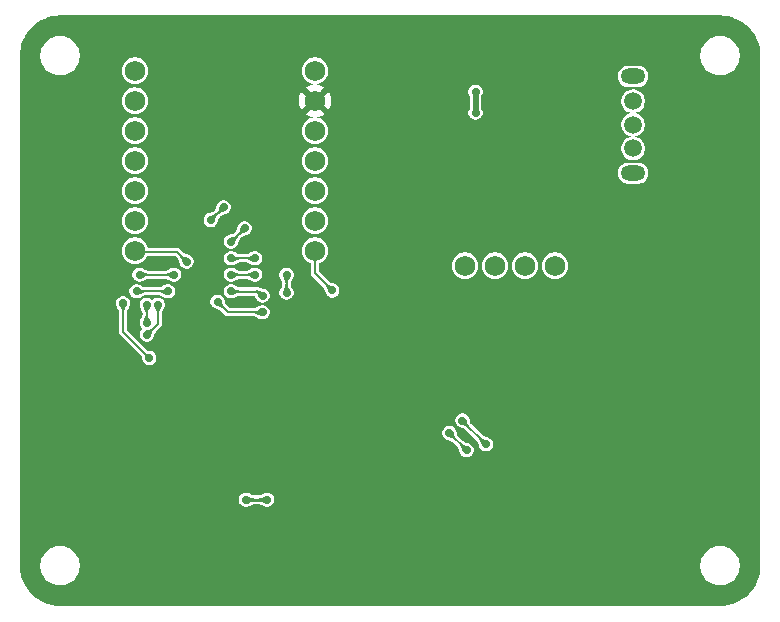
<source format=gbr>
%TF.GenerationSoftware,KiCad,Pcbnew,9.0.7*%
%TF.CreationDate,2026-02-15T10:57:45-05:00*%
%TF.ProjectId,destinationWeatherStation_v4-5,64657374-696e-4617-9469-6f6e57656174,03*%
%TF.SameCoordinates,PX6bcb370PY43d3480*%
%TF.FileFunction,Copper,L2,Bot*%
%TF.FilePolarity,Positive*%
%FSLAX46Y46*%
G04 Gerber Fmt 4.6, Leading zero omitted, Abs format (unit mm)*
G04 Created by KiCad (PCBNEW 9.0.7) date 2026-02-15 10:57:45*
%MOMM*%
%LPD*%
G01*
G04 APERTURE LIST*
%TA.AperFunction,ComponentPad*%
%ADD10C,1.750000*%
%TD*%
%TA.AperFunction,ComponentPad*%
%ADD11O,2.100000X1.300000*%
%TD*%
%TA.AperFunction,ComponentPad*%
%ADD12C,1.500000*%
%TD*%
%TA.AperFunction,ViaPad*%
%ADD13C,0.700000*%
%TD*%
%TA.AperFunction,ViaPad*%
%ADD14C,1.000000*%
%TD*%
%TA.AperFunction,ViaPad*%
%ADD15C,0.800000*%
%TD*%
%TA.AperFunction,Conductor*%
%ADD16C,0.250000*%
%TD*%
%TA.AperFunction,Conductor*%
%ADD17C,0.500000*%
%TD*%
%TA.AperFunction,Conductor*%
%ADD18C,0.200000*%
%TD*%
G04 APERTURE END LIST*
D10*
%TO.P,U1,1,D0*%
%TO.N,/SW2*%
X10160000Y-5080000D03*
%TO.P,U1,2,D1*%
%TO.N,/SW3*%
X10160000Y-7620000D03*
%TO.P,U1,3,D2*%
%TO.N,/CD*%
X10160000Y-10160000D03*
%TO.P,U1,4,D3*%
%TO.N,/CS_SD*%
X10160000Y-12700000D03*
%TO.P,U1,5,D4*%
%TO.N,/SDA*%
X10160000Y-15240000D03*
%TO.P,U1,6,D5*%
%TO.N,/SCL*%
X10160000Y-17780000D03*
%TO.P,U1,7,D6*%
%TO.N,/SW4*%
X10160000Y-20320000D03*
%TO.P,U1,8,D7*%
%TO.N,/SW5*%
X25400000Y-20320000D03*
%TO.P,U1,9,D8*%
%TO.N,/SCK*%
X25400000Y-17780000D03*
%TO.P,U1,10,D9*%
%TO.N,/MISO*%
X25400000Y-15240000D03*
%TO.P,U1,11,D10*%
%TO.N,/MOSI*%
X25400000Y-12700000D03*
%TO.P,U1,12,3V3*%
%TO.N,+3V3*%
X25400000Y-10160000D03*
%TO.P,U1,13,GND*%
%TO.N,GND*%
X25400000Y-7620000D03*
%TO.P,U1,14,VIN*%
%TO.N,VCC*%
X25400000Y-5080000D03*
%TD*%
%TO.P,U3,1,GND*%
%TO.N,/OLED1*%
X38100000Y-21590000D03*
%TO.P,U3,2,VCC*%
%TO.N,/OLED2*%
X40640000Y-21590000D03*
%TO.P,U3,3,SCL*%
%TO.N,/SCL*%
X43180000Y-21590000D03*
%TO.P,U3,4,SDA*%
%TO.N,/SDA*%
X45720000Y-21590000D03*
%TD*%
D11*
%TO.P,SW1,*%
%TO.N,*%
X52324000Y-13752000D03*
X52324000Y-5552000D03*
D12*
%TO.P,SW1,1,A*%
%TO.N,Net-(SW1-A)*%
X52324000Y-11652000D03*
%TO.P,SW1,2,B*%
%TO.N,Net-(J1-Pin_1)*%
X52324000Y-9652000D03*
%TO.P,SW1,3,C*%
%TO.N,unconnected-(SW1-C-Pad3)*%
X52324000Y-7652000D03*
%TD*%
D13*
%TO.N,+3V3*%
X19564000Y-41408000D03*
X21336000Y-41402000D03*
%TO.N,GND*%
X27305000Y-19050000D03*
X4445000Y-21590000D03*
X52070000Y-3810000D03*
X19685000Y-6985000D03*
X55880000Y-21590000D03*
X59055000Y-21590000D03*
X53340000Y-30480000D03*
X33020000Y-27940000D03*
X39370000Y-20320000D03*
X4572000Y-24384000D03*
X59055000Y-31750000D03*
X27940000Y-22860000D03*
X24130000Y-36830000D03*
X12700000Y-17145000D03*
X34925000Y-5715000D03*
X47625000Y-17780000D03*
X14605000Y-6985000D03*
X17145000Y-9525000D03*
X45720000Y-33020000D03*
X15875000Y-29210000D03*
X33020000Y-33020000D03*
X47117000Y-5461000D03*
X55880000Y-6350000D03*
X21590000Y-34290000D03*
X53340000Y-25400000D03*
X27305000Y-1905000D03*
X15875000Y-38735000D03*
X55880000Y-41275000D03*
X22225000Y-9525000D03*
X44450000Y-3810000D03*
X55880000Y-11430000D03*
X24130000Y-21717000D03*
X26035000Y-29845000D03*
X38100000Y-38735000D03*
X4884000Y-31914000D03*
X3302000Y-43561000D03*
X21590000Y-29210000D03*
X40640000Y-30480000D03*
X53340000Y-48895000D03*
X2921000Y-24384000D03*
X59055000Y-29210000D03*
X35560000Y-41275000D03*
X59055000Y-36830000D03*
X53340000Y-21590000D03*
X48260000Y-48895000D03*
X10795000Y-38735000D03*
X23495000Y-5715000D03*
X27305000Y-8890000D03*
X55880000Y-33020000D03*
X2540000Y-12065000D03*
X35560000Y-46355000D03*
X62230000Y-25400000D03*
X40640000Y-25400000D03*
X58420000Y-38735000D03*
X55880000Y-8890000D03*
X59055000Y-16891000D03*
X1270000Y-41910000D03*
X6350000Y-5080000D03*
X21590000Y-3810000D03*
X48260000Y-38735000D03*
X60960000Y-41275000D03*
D14*
X19304000Y-47879000D03*
D13*
X5080000Y-9525000D03*
X55880000Y-13970000D03*
X33020000Y-22860000D03*
X29210000Y-10795000D03*
X5080000Y-41910000D03*
X47117000Y-10293350D03*
X22225000Y-14478000D03*
X29210000Y-36830000D03*
X47117000Y-8128000D03*
X24130000Y-31750000D03*
X55880000Y-16510000D03*
X5715000Y-38735000D03*
X2540000Y-16510000D03*
X45085000Y-15875000D03*
X34925000Y-1905000D03*
X48260000Y-3810000D03*
X46990000Y-20320000D03*
X59055000Y-26670000D03*
X13335000Y-46355000D03*
X5715000Y-43815000D03*
X38989000Y-11938000D03*
X14605000Y-12065000D03*
X49530000Y-22860000D03*
X29210000Y-41910000D03*
X53340000Y-16510000D03*
X15875000Y-33655000D03*
X62230000Y-11430000D03*
X47117000Y-4318000D03*
X38100000Y-48895000D03*
X59055000Y-34290000D03*
X33020000Y-3810000D03*
D15*
X55880000Y-1905000D03*
D13*
X62230000Y-21590000D03*
X40640000Y-41275000D03*
X50800000Y-41275000D03*
X62230000Y-6350000D03*
X17145000Y-14605000D03*
X47117000Y-6350000D03*
X30480000Y-30480000D03*
X59055000Y-24130000D03*
X46355000Y-1905000D03*
X6985000Y-24130000D03*
X39370000Y-22860000D03*
X50165000Y-5715000D03*
X50165000Y-9525000D03*
X12065000Y-9525000D03*
X35560000Y-25400000D03*
X55880000Y-27940000D03*
X38735000Y-1905000D03*
X58420000Y-48895000D03*
X29210000Y-3810000D03*
X62230000Y-16510000D03*
X22225000Y-16510000D03*
X31115000Y-8890000D03*
X38608000Y-10033000D03*
X31115000Y-12700000D03*
X35560000Y-20320000D03*
X38100000Y-27940000D03*
X50800000Y-33020000D03*
X25400000Y-25400000D03*
X19685000Y-12065000D03*
X22225000Y-20574000D03*
X55880000Y-46355000D03*
X21590000Y-39370000D03*
X33655000Y-37465000D03*
X31115000Y-1905000D03*
X8255000Y-41275000D03*
X19685000Y-1905000D03*
X33020000Y-43815000D03*
X33020000Y-48895000D03*
X10795000Y-43815000D03*
X55880000Y-19050000D03*
X53340000Y-38735000D03*
X43180000Y-43815000D03*
X47117000Y-9271000D03*
X23495000Y-27305000D03*
X33020000Y-17780000D03*
X27305000Y-5715000D03*
X39370000Y-18542000D03*
X9144000Y-28448000D03*
X5715000Y-48895000D03*
X43180000Y-38735000D03*
X30480000Y-15240000D03*
X6985000Y-21590000D03*
X44450000Y-20320000D03*
X15875000Y-43815000D03*
X23495000Y-1905000D03*
X2540000Y-7620000D03*
X30480000Y-46355000D03*
X46228000Y-4318000D03*
X17145000Y-4445000D03*
X19431000Y-16891000D03*
X24130000Y-41910000D03*
X6350000Y-1270000D03*
X15875000Y-46355000D03*
X41910000Y-22860000D03*
X48260000Y-13970000D03*
X35560000Y-15240000D03*
X50800000Y-19050000D03*
X43180000Y-35560000D03*
X31750000Y-39370000D03*
X46990000Y-25400000D03*
X45720000Y-46355000D03*
X46990000Y-22860000D03*
X26670000Y-44450000D03*
X43180000Y-48895000D03*
X30480000Y-25400000D03*
X62230000Y-30480000D03*
X3175000Y-40005000D03*
X28575000Y-32385000D03*
X48260000Y-30480000D03*
X27940000Y-27940000D03*
X4191000Y-30353000D03*
X48260000Y-43815000D03*
X50800000Y-46355000D03*
D14*
X21590000Y-43561000D03*
D13*
X40640000Y-46355000D03*
X58420000Y-43815000D03*
X48260000Y-35560000D03*
X10795000Y-48895000D03*
X12700000Y-14605000D03*
X15875000Y-1905000D03*
X30480000Y-20320000D03*
X34925000Y-12700000D03*
D15*
X5842000Y-28575000D03*
D13*
X7620000Y-12065000D03*
X53340000Y-35560000D03*
X42545000Y-1905000D03*
X50800000Y-16510000D03*
D14*
X4978400Y-15011400D03*
D13*
X15875000Y-48895000D03*
X12700000Y-19685000D03*
X35560000Y-35560000D03*
X26670000Y-34290000D03*
X45720000Y-41275000D03*
X50800000Y-27940000D03*
X62230000Y-35560000D03*
X27305000Y-16510000D03*
X8255000Y-46355000D03*
X3175000Y-36195000D03*
X38100000Y-43815000D03*
X15240000Y-17145000D03*
X36830000Y-10795000D03*
X12065000Y-4445000D03*
X50165000Y-1905000D03*
X8382000Y-31750000D03*
X13335000Y-41275000D03*
X27940000Y-48895000D03*
X31115000Y-34925000D03*
X38100000Y-33020000D03*
X27305000Y-13970000D03*
X6985000Y-19050000D03*
X26670000Y-39370000D03*
X35560000Y-30480000D03*
X53340000Y-43815000D03*
X40640000Y-3810000D03*
X41910000Y-20320000D03*
X53340000Y-19050000D03*
%TO.N,VCC*%
X38989000Y-6858000D03*
X38989000Y-8636000D03*
%TO.N,/SDA*%
X10287000Y-23749000D03*
X17145000Y-24638000D03*
X12954000Y-23749000D03*
X20955000Y-25527000D03*
%TO.N,/SCL*%
X20955000Y-24130000D03*
X13462000Y-22352000D03*
X10541000Y-22352000D03*
X18288000Y-23749000D03*
%TO.N,/MISO*%
X11150600Y-26416000D03*
X11150600Y-24892000D03*
X16573500Y-17716500D03*
X17653000Y-16637000D03*
%TO.N,/SCK*%
X19431000Y-18415000D03*
X12090400Y-24892000D03*
X18288000Y-19558000D03*
X11161500Y-27432000D03*
%TO.N,/MOSI*%
X20320000Y-20955000D03*
X18288000Y-20955000D03*
%TO.N,/CS_SD*%
X9144000Y-24765000D03*
X11366500Y-29400500D03*
%TO.N,/SW4*%
X36763190Y-35747190D03*
X38227000Y-37211000D03*
X22987000Y-22352000D03*
X18288000Y-22352000D03*
X20320000Y-22352000D03*
X14528800Y-21234400D03*
X22987000Y-23876000D03*
%TO.N,/SW5*%
X26860500Y-23685500D03*
X39878000Y-36703000D03*
X37874617Y-34699617D03*
%TD*%
D16*
%TO.N,+3V3*%
X21330000Y-41408000D02*
X21336000Y-41402000D01*
X19564000Y-41408000D02*
X21330000Y-41408000D01*
D17*
%TO.N,VCC*%
X38989000Y-8636000D02*
X38989000Y-6858000D01*
D18*
%TO.N,/SDA*%
X10287000Y-23749000D02*
X12954000Y-23749000D01*
X18034000Y-25527000D02*
X20955000Y-25527000D01*
X17145000Y-24638000D02*
X18034000Y-25527000D01*
%TO.N,/SCL*%
X20955000Y-24130000D02*
X20599400Y-23774400D01*
X20599400Y-23774400D02*
X18288000Y-23774400D01*
X10541000Y-22352000D02*
X13462000Y-22352000D01*
%TO.N,/MISO*%
X11150600Y-24892000D02*
X11150600Y-26416000D01*
X16573500Y-17716500D02*
X17653000Y-16637000D01*
X11156000Y-24892000D02*
X11176000Y-24912000D01*
%TO.N,/SCK*%
X19431000Y-18415000D02*
X18288000Y-19558000D01*
X12090400Y-24892000D02*
X12090400Y-26503100D01*
X12090400Y-26503100D02*
X11161500Y-27432000D01*
%TO.N,/MOSI*%
X18288000Y-20955000D02*
X20320000Y-20955000D01*
%TO.N,/CS_SD*%
X9144000Y-27178000D02*
X9144000Y-24765000D01*
X11366500Y-29400500D02*
X9144000Y-27178000D01*
%TO.N,/SW4*%
X38227000Y-37211000D02*
X36763190Y-35747190D01*
X10287000Y-20447000D02*
X10160000Y-20320000D01*
X14528800Y-21234400D02*
X13741400Y-20447000D01*
X20320000Y-22352000D02*
X18288000Y-22352000D01*
X22987000Y-22352000D02*
X22987000Y-23876000D01*
X13741400Y-20447000D02*
X10287000Y-20447000D01*
%TO.N,/SW5*%
X25400000Y-22225000D02*
X25400000Y-20320000D01*
X39878000Y-36703000D02*
X37874617Y-34699617D01*
X26860500Y-23685500D02*
X25400000Y-22225000D01*
%TD*%
%TA.AperFunction,Conductor*%
%TO.N,/SCK*%
G36*
X18719892Y-18999944D02*
G01*
X18846055Y-19126107D01*
X18849482Y-19134380D01*
X18846696Y-19141958D01*
X18757045Y-19247417D01*
X18757042Y-19247421D01*
X18708975Y-19342208D01*
X18684995Y-19435967D01*
X18660754Y-19545968D01*
X18660409Y-19547205D01*
X18615359Y-19680133D01*
X18609458Y-19686869D01*
X18600523Y-19687459D01*
X18599829Y-19687199D01*
X18291808Y-19560563D01*
X18285460Y-19554249D01*
X18158800Y-19246168D01*
X18158823Y-19237216D01*
X18165172Y-19230901D01*
X18165855Y-19230644D01*
X18298801Y-19185586D01*
X18300026Y-19185244D01*
X18410022Y-19161004D01*
X18503789Y-19137023D01*
X18598578Y-19088955D01*
X18704043Y-18999302D01*
X18712564Y-18996555D01*
X18719892Y-18999944D01*
G37*
%TD.AperFunction*%
%TD*%
%TA.AperFunction,Conductor*%
%TO.N,/SW5*%
G36*
X26444456Y-23126802D02*
G01*
X26549920Y-23216455D01*
X26644709Y-23264523D01*
X26711418Y-23281584D01*
X26738467Y-23288502D01*
X26738475Y-23288503D01*
X26738476Y-23288504D01*
X26848467Y-23312743D01*
X26849703Y-23313088D01*
X26982634Y-23358141D01*
X26989369Y-23364042D01*
X26989959Y-23372978D01*
X26989699Y-23373671D01*
X26863063Y-23681691D01*
X26856748Y-23688040D01*
X26856691Y-23688063D01*
X26548671Y-23814699D01*
X26539716Y-23814676D01*
X26533401Y-23808327D01*
X26533141Y-23807634D01*
X26488088Y-23674703D01*
X26487743Y-23673465D01*
X26463502Y-23563467D01*
X26456584Y-23536418D01*
X26439523Y-23469709D01*
X26391455Y-23374920D01*
X26301802Y-23269456D01*
X26299055Y-23260935D01*
X26302443Y-23253608D01*
X26428608Y-23127443D01*
X26436880Y-23124017D01*
X26444456Y-23126802D01*
G37*
%TD.AperFunction*%
%TD*%
%TA.AperFunction,Conductor*%
%TO.N,/SDA*%
G36*
X17465784Y-24508823D02*
G01*
X17472099Y-24515172D01*
X17472359Y-24515866D01*
X17517410Y-24648793D01*
X17517755Y-24650030D01*
X17541995Y-24760030D01*
X17565975Y-24853789D01*
X17614043Y-24948578D01*
X17666781Y-25010617D01*
X17703696Y-25054041D01*
X17706444Y-25062564D01*
X17703055Y-25069892D01*
X17576892Y-25196055D01*
X17568619Y-25199482D01*
X17561041Y-25196696D01*
X17455580Y-25107045D01*
X17455578Y-25107043D01*
X17360789Y-25058975D01*
X17267030Y-25034995D01*
X17157030Y-25010755D01*
X17155793Y-25010410D01*
X17022866Y-24965359D01*
X17016130Y-24959458D01*
X17015540Y-24950523D01*
X17015790Y-24949853D01*
X17142437Y-24641806D01*
X17148748Y-24635461D01*
X17456831Y-24508800D01*
X17465784Y-24508823D01*
G37*
%TD.AperFunction*%
%TD*%
%TA.AperFunction,Conductor*%
%TO.N,/SCL*%
G36*
X20414893Y-23675398D02*
G01*
X20539721Y-23685296D01*
X20541847Y-23685665D01*
X20636818Y-23711424D01*
X20637894Y-23711773D01*
X20719928Y-23742827D01*
X20719932Y-23742828D01*
X20816489Y-23769017D01*
X20933955Y-23778331D01*
X20944255Y-23779148D01*
X20952231Y-23783218D01*
X20955030Y-23790778D01*
X20955977Y-24122149D01*
X20952574Y-24130431D01*
X20948743Y-24132996D01*
X20643675Y-24258970D01*
X20634720Y-24258961D01*
X20628395Y-24252622D01*
X20627981Y-24251446D01*
X20596468Y-24143908D01*
X20596158Y-24142549D01*
X20578639Y-24036612D01*
X20555754Y-23951378D01*
X20504634Y-23894865D01*
X20504633Y-23894864D01*
X20411700Y-23876280D01*
X20404259Y-23871297D01*
X20402294Y-23864807D01*
X20402294Y-23687063D01*
X20405721Y-23678790D01*
X20413994Y-23675363D01*
X20414893Y-23675398D01*
G37*
%TD.AperFunction*%
%TD*%
%TA.AperFunction,Conductor*%
%TO.N,/SCK*%
G36*
X12094878Y-24892868D02*
G01*
X12402254Y-25021138D01*
X12408569Y-25027487D01*
X12408546Y-25036442D01*
X12408239Y-25037116D01*
X12346101Y-25162966D01*
X12345470Y-25164085D01*
X12284826Y-25259013D01*
X12235488Y-25342256D01*
X12235486Y-25342263D01*
X12202451Y-25443272D01*
X12191271Y-25581245D01*
X12187187Y-25589214D01*
X12179609Y-25592000D01*
X12001190Y-25592000D01*
X11992917Y-25588573D01*
X11989528Y-25581245D01*
X11978348Y-25443277D01*
X11978347Y-25443274D01*
X11978347Y-25443272D01*
X11962070Y-25393506D01*
X11945311Y-25342261D01*
X11945309Y-25342259D01*
X11945309Y-25342256D01*
X11895971Y-25259013D01*
X11895964Y-25259001D01*
X11835323Y-25164076D01*
X11834701Y-25162974D01*
X11772559Y-25037114D01*
X11771970Y-25028180D01*
X11777871Y-25021445D01*
X11778525Y-25021146D01*
X12085894Y-24892879D01*
X12094849Y-24892857D01*
X12094878Y-24892868D01*
G37*
%TD.AperFunction*%
%TD*%
%TA.AperFunction,Conductor*%
%TO.N,/MOSI*%
G36*
X20190554Y-20642471D02*
G01*
X20190861Y-20643145D01*
X20319119Y-20950494D01*
X20319142Y-20959449D01*
X20319119Y-20959506D01*
X20190861Y-21266854D01*
X20184512Y-21273169D01*
X20175557Y-21273146D01*
X20174883Y-21272839D01*
X20049032Y-21210701D01*
X20047913Y-21210070D01*
X19952985Y-21149426D01*
X19869742Y-21100088D01*
X19869735Y-21100086D01*
X19768725Y-21067051D01*
X19768727Y-21067051D01*
X19630755Y-21055871D01*
X19622786Y-21051787D01*
X19620000Y-21044209D01*
X19620000Y-20865790D01*
X19623427Y-20857517D01*
X19630753Y-20854128D01*
X19768722Y-20842948D01*
X19768724Y-20842947D01*
X19768726Y-20842947D01*
X19792870Y-20835050D01*
X19869738Y-20809911D01*
X19869740Y-20809909D01*
X19869742Y-20809909D01*
X19898433Y-20792903D01*
X19952998Y-20760564D01*
X20047929Y-20699918D01*
X20049016Y-20699305D01*
X20174885Y-20637159D01*
X20183819Y-20636570D01*
X20190554Y-20642471D01*
G37*
%TD.AperFunction*%
%TD*%
%TA.AperFunction,Conductor*%
%TO.N,/SCK*%
G36*
X19119146Y-18285790D02*
G01*
X19427191Y-18412436D01*
X19433540Y-18418751D01*
X19433563Y-18418808D01*
X19560199Y-18726829D01*
X19560176Y-18735784D01*
X19553827Y-18742099D01*
X19553133Y-18742359D01*
X19420205Y-18787409D01*
X19418968Y-18787754D01*
X19308967Y-18811995D01*
X19215208Y-18835975D01*
X19120421Y-18884042D01*
X19120417Y-18884045D01*
X19014958Y-18973696D01*
X19006435Y-18976444D01*
X18999107Y-18973055D01*
X18872944Y-18846892D01*
X18869517Y-18838619D01*
X18872302Y-18831043D01*
X18961955Y-18725578D01*
X19010023Y-18630789D01*
X19034004Y-18537022D01*
X19058244Y-18427026D01*
X19058588Y-18425795D01*
X19060976Y-18418751D01*
X19103641Y-18292864D01*
X19109542Y-18286130D01*
X19118478Y-18285540D01*
X19119146Y-18285790D01*
G37*
%TD.AperFunction*%
%TD*%
%TA.AperFunction,Conductor*%
%TO.N,/MISO*%
G36*
X17341146Y-16507790D02*
G01*
X17649191Y-16634436D01*
X17655540Y-16640751D01*
X17655563Y-16640808D01*
X17782199Y-16948829D01*
X17782176Y-16957784D01*
X17775827Y-16964099D01*
X17775133Y-16964359D01*
X17642205Y-17009409D01*
X17640968Y-17009754D01*
X17530967Y-17033995D01*
X17437208Y-17057975D01*
X17342421Y-17106042D01*
X17342417Y-17106045D01*
X17236958Y-17195696D01*
X17228435Y-17198444D01*
X17221107Y-17195055D01*
X17094944Y-17068892D01*
X17091517Y-17060619D01*
X17094302Y-17053043D01*
X17183955Y-16947578D01*
X17232023Y-16852789D01*
X17256004Y-16759022D01*
X17280244Y-16649026D01*
X17280588Y-16647795D01*
X17282976Y-16640751D01*
X17325641Y-16514864D01*
X17331542Y-16508130D01*
X17340478Y-16507540D01*
X17341146Y-16507790D01*
G37*
%TD.AperFunction*%
%TD*%
%TA.AperFunction,Conductor*%
%TO.N,/SDA*%
G36*
X10431442Y-23430853D02*
G01*
X10432102Y-23431153D01*
X10557974Y-23493301D01*
X10559076Y-23493923D01*
X10654001Y-23554564D01*
X10654013Y-23554571D01*
X10737256Y-23603909D01*
X10737259Y-23603909D01*
X10737261Y-23603911D01*
X10805922Y-23626366D01*
X10838273Y-23636947D01*
X10838274Y-23636947D01*
X10838277Y-23636948D01*
X10976246Y-23648128D01*
X10984214Y-23652212D01*
X10987000Y-23659790D01*
X10987000Y-23838209D01*
X10983573Y-23846482D01*
X10976245Y-23849871D01*
X10838272Y-23861051D01*
X10737263Y-23894086D01*
X10737256Y-23894088D01*
X10654013Y-23943426D01*
X10559085Y-24004070D01*
X10557966Y-24004701D01*
X10432116Y-24066839D01*
X10423181Y-24067429D01*
X10416445Y-24061528D01*
X10416138Y-24060854D01*
X10346546Y-23894088D01*
X10287879Y-23753505D01*
X10287857Y-23744551D01*
X10287880Y-23744494D01*
X10416139Y-23437143D01*
X10422487Y-23430830D01*
X10431442Y-23430853D01*
G37*
%TD.AperFunction*%
%TD*%
%TA.AperFunction,Conductor*%
%TO.N,/SW4*%
G36*
X23084483Y-23179427D02*
G01*
X23087871Y-23186753D01*
X23094749Y-23271640D01*
X23099051Y-23324726D01*
X23132086Y-23425735D01*
X23132088Y-23425742D01*
X23181426Y-23508985D01*
X23242070Y-23603913D01*
X23242701Y-23605032D01*
X23304839Y-23730883D01*
X23305429Y-23739819D01*
X23299528Y-23746554D01*
X23298854Y-23746861D01*
X22991506Y-23875119D01*
X22982551Y-23875142D01*
X22982494Y-23875119D01*
X22675145Y-23746861D01*
X22668830Y-23740512D01*
X22668853Y-23731557D01*
X22669148Y-23730908D01*
X22731305Y-23605016D01*
X22731918Y-23603929D01*
X22792564Y-23508998D01*
X22841911Y-23425738D01*
X22874948Y-23324722D01*
X22886128Y-23186753D01*
X22890212Y-23178786D01*
X22897790Y-23176000D01*
X23076210Y-23176000D01*
X23084483Y-23179427D01*
G37*
%TD.AperFunction*%
%TD*%
%TA.AperFunction,Conductor*%
%TO.N,/SDA*%
G36*
X20825554Y-25214471D02*
G01*
X20825861Y-25215145D01*
X20954119Y-25522494D01*
X20954142Y-25531449D01*
X20954119Y-25531506D01*
X20825861Y-25838854D01*
X20819512Y-25845169D01*
X20810557Y-25845146D01*
X20809883Y-25844839D01*
X20684032Y-25782701D01*
X20682913Y-25782070D01*
X20587985Y-25721426D01*
X20504742Y-25672088D01*
X20504735Y-25672086D01*
X20403725Y-25639051D01*
X20403727Y-25639051D01*
X20265755Y-25627871D01*
X20257786Y-25623787D01*
X20255000Y-25616209D01*
X20255000Y-25437790D01*
X20258427Y-25429517D01*
X20265753Y-25426128D01*
X20403722Y-25414948D01*
X20403724Y-25414947D01*
X20403726Y-25414947D01*
X20427870Y-25407050D01*
X20504738Y-25381911D01*
X20504740Y-25381909D01*
X20504742Y-25381909D01*
X20533433Y-25364903D01*
X20587998Y-25332564D01*
X20682929Y-25271918D01*
X20684016Y-25271305D01*
X20809885Y-25209159D01*
X20818819Y-25208570D01*
X20825554Y-25214471D01*
G37*
%TD.AperFunction*%
%TD*%
%TA.AperFunction,Conductor*%
%TO.N,/SCL*%
G36*
X18432359Y-23431052D02*
G01*
X18433211Y-23431449D01*
X18558929Y-23496213D01*
X18560374Y-23497097D01*
X18653509Y-23563931D01*
X18734560Y-23620655D01*
X18833990Y-23659801D01*
X18972389Y-23673365D01*
X18980289Y-23677582D01*
X18982948Y-23685009D01*
X18982948Y-23863447D01*
X18979521Y-23871720D01*
X18972019Y-23875122D01*
X18836762Y-23884059D01*
X18736118Y-23911297D01*
X18736117Y-23911297D01*
X18736115Y-23911298D01*
X18652477Y-23953494D01*
X18652437Y-23953516D01*
X18557652Y-24007832D01*
X18556856Y-24008249D01*
X18433029Y-24067088D01*
X18424086Y-24067543D01*
X18417440Y-24061541D01*
X18417210Y-24061026D01*
X18395012Y-24007832D01*
X18288879Y-23753505D01*
X18288857Y-23744551D01*
X18288880Y-23744494D01*
X18417056Y-23437342D01*
X18423404Y-23431029D01*
X18432359Y-23431052D01*
G37*
%TD.AperFunction*%
%TD*%
%TA.AperFunction,Conductor*%
%TO.N,/MISO*%
G36*
X11248083Y-25719427D02*
G01*
X11251471Y-25726753D01*
X11258349Y-25811640D01*
X11262651Y-25864726D01*
X11295686Y-25965735D01*
X11295688Y-25965742D01*
X11345026Y-26048985D01*
X11405670Y-26143913D01*
X11406301Y-26145032D01*
X11468439Y-26270883D01*
X11469029Y-26279819D01*
X11463128Y-26286554D01*
X11462454Y-26286861D01*
X11155106Y-26415119D01*
X11146151Y-26415142D01*
X11146094Y-26415119D01*
X10838745Y-26286861D01*
X10832430Y-26280512D01*
X10832453Y-26271557D01*
X10832748Y-26270908D01*
X10894905Y-26145016D01*
X10895518Y-26143929D01*
X10956164Y-26048998D01*
X11005511Y-25965738D01*
X11038548Y-25864722D01*
X11049728Y-25726753D01*
X11053812Y-25718786D01*
X11061390Y-25716000D01*
X11239810Y-25716000D01*
X11248083Y-25719427D01*
G37*
%TD.AperFunction*%
%TD*%
%TA.AperFunction,Conductor*%
%TO.N,/SCK*%
G36*
X11593392Y-26873944D02*
G01*
X11719555Y-27000107D01*
X11722982Y-27008380D01*
X11720196Y-27015958D01*
X11630545Y-27121417D01*
X11630542Y-27121421D01*
X11582475Y-27216208D01*
X11558495Y-27309967D01*
X11534254Y-27419968D01*
X11533909Y-27421205D01*
X11488859Y-27554133D01*
X11482958Y-27560869D01*
X11474023Y-27561459D01*
X11473329Y-27561199D01*
X11165308Y-27434563D01*
X11158960Y-27428249D01*
X11032300Y-27120168D01*
X11032323Y-27111216D01*
X11038672Y-27104901D01*
X11039355Y-27104644D01*
X11172301Y-27059586D01*
X11173526Y-27059244D01*
X11283522Y-27035004D01*
X11377289Y-27011023D01*
X11472078Y-26962955D01*
X11577543Y-26873302D01*
X11586064Y-26870555D01*
X11593392Y-26873944D01*
G37*
%TD.AperFunction*%
%TD*%
%TA.AperFunction,Conductor*%
%TO.N,/SW4*%
G36*
X18432442Y-22033853D02*
G01*
X18433102Y-22034153D01*
X18558974Y-22096301D01*
X18560076Y-22096923D01*
X18655001Y-22157564D01*
X18655013Y-22157571D01*
X18738256Y-22206909D01*
X18738259Y-22206909D01*
X18738261Y-22206911D01*
X18806922Y-22229366D01*
X18839273Y-22239947D01*
X18839274Y-22239947D01*
X18839277Y-22239948D01*
X18977246Y-22251128D01*
X18985214Y-22255212D01*
X18988000Y-22262790D01*
X18988000Y-22441209D01*
X18984573Y-22449482D01*
X18977245Y-22452871D01*
X18839272Y-22464051D01*
X18738263Y-22497086D01*
X18738256Y-22497088D01*
X18655013Y-22546426D01*
X18560085Y-22607070D01*
X18558966Y-22607701D01*
X18433116Y-22669839D01*
X18424181Y-22670429D01*
X18417445Y-22664528D01*
X18417138Y-22663854D01*
X18347546Y-22497088D01*
X18288879Y-22356505D01*
X18288857Y-22347551D01*
X18288880Y-22347494D01*
X18417139Y-22040143D01*
X18423487Y-22033830D01*
X18432442Y-22033853D01*
G37*
%TD.AperFunction*%
%TD*%
%TA.AperFunction,Conductor*%
%TO.N,/SW4*%
G36*
X37810956Y-36652302D02*
G01*
X37916420Y-36741955D01*
X38011209Y-36790023D01*
X38077918Y-36807084D01*
X38104967Y-36814002D01*
X38104975Y-36814003D01*
X38104976Y-36814004D01*
X38214967Y-36838243D01*
X38216203Y-36838588D01*
X38349134Y-36883641D01*
X38355869Y-36889542D01*
X38356459Y-36898478D01*
X38356199Y-36899171D01*
X38229563Y-37207191D01*
X38223248Y-37213540D01*
X38223191Y-37213563D01*
X37915171Y-37340199D01*
X37906216Y-37340176D01*
X37899901Y-37333827D01*
X37899641Y-37333134D01*
X37854588Y-37200203D01*
X37854243Y-37198965D01*
X37830002Y-37088967D01*
X37823084Y-37061918D01*
X37806023Y-36995209D01*
X37757955Y-36900420D01*
X37668302Y-36794956D01*
X37665555Y-36786435D01*
X37668943Y-36779108D01*
X37795108Y-36652943D01*
X37803380Y-36649517D01*
X37810956Y-36652302D01*
G37*
%TD.AperFunction*%
%TD*%
%TA.AperFunction,Conductor*%
%TO.N,/SW5*%
G36*
X39461956Y-36144302D02*
G01*
X39567420Y-36233955D01*
X39662209Y-36282023D01*
X39728918Y-36299084D01*
X39755967Y-36306002D01*
X39755975Y-36306003D01*
X39755976Y-36306004D01*
X39865967Y-36330243D01*
X39867203Y-36330588D01*
X40000134Y-36375641D01*
X40006869Y-36381542D01*
X40007459Y-36390478D01*
X40007199Y-36391171D01*
X39880563Y-36699191D01*
X39874248Y-36705540D01*
X39874191Y-36705563D01*
X39566171Y-36832199D01*
X39557216Y-36832176D01*
X39550901Y-36825827D01*
X39550641Y-36825134D01*
X39505588Y-36692203D01*
X39505243Y-36690965D01*
X39481002Y-36580967D01*
X39474084Y-36553918D01*
X39457023Y-36487209D01*
X39408955Y-36392420D01*
X39319302Y-36286956D01*
X39316555Y-36278435D01*
X39319943Y-36271108D01*
X39446108Y-36144943D01*
X39454380Y-36141517D01*
X39461956Y-36144302D01*
G37*
%TD.AperFunction*%
%TD*%
%TA.AperFunction,Conductor*%
%TO.N,/SCL*%
G36*
X10685442Y-22033853D02*
G01*
X10686102Y-22034153D01*
X10811974Y-22096301D01*
X10813076Y-22096923D01*
X10908001Y-22157564D01*
X10908013Y-22157571D01*
X10991256Y-22206909D01*
X10991259Y-22206909D01*
X10991261Y-22206911D01*
X11059922Y-22229366D01*
X11092273Y-22239947D01*
X11092274Y-22239947D01*
X11092277Y-22239948D01*
X11230246Y-22251128D01*
X11238214Y-22255212D01*
X11241000Y-22262790D01*
X11241000Y-22441209D01*
X11237573Y-22449482D01*
X11230245Y-22452871D01*
X11092272Y-22464051D01*
X10991263Y-22497086D01*
X10991256Y-22497088D01*
X10908013Y-22546426D01*
X10813085Y-22607070D01*
X10811966Y-22607701D01*
X10686116Y-22669839D01*
X10677181Y-22670429D01*
X10670445Y-22664528D01*
X10670138Y-22663854D01*
X10600546Y-22497088D01*
X10541879Y-22356505D01*
X10541857Y-22347551D01*
X10541880Y-22347494D01*
X10670139Y-22040143D01*
X10676487Y-22033830D01*
X10685442Y-22033853D01*
G37*
%TD.AperFunction*%
%TD*%
%TA.AperFunction,Conductor*%
%TO.N,/SW4*%
G36*
X37083974Y-35618013D02*
G01*
X37090289Y-35624362D01*
X37090549Y-35625056D01*
X37135600Y-35757983D01*
X37135945Y-35759220D01*
X37160185Y-35869220D01*
X37184165Y-35962979D01*
X37232233Y-36057768D01*
X37284971Y-36119807D01*
X37321886Y-36163231D01*
X37324634Y-36171754D01*
X37321245Y-36179082D01*
X37195082Y-36305245D01*
X37186809Y-36308672D01*
X37179231Y-36305886D01*
X37073770Y-36216235D01*
X37073768Y-36216233D01*
X36978979Y-36168165D01*
X36885220Y-36144185D01*
X36775220Y-36119945D01*
X36773983Y-36119600D01*
X36641056Y-36074549D01*
X36634320Y-36068648D01*
X36633730Y-36059713D01*
X36633980Y-36059043D01*
X36760627Y-35750996D01*
X36766938Y-35744651D01*
X37075021Y-35617990D01*
X37083974Y-35618013D01*
G37*
%TD.AperFunction*%
%TD*%
%TA.AperFunction,Conductor*%
%TO.N,/SW4*%
G36*
X14112756Y-20675702D02*
G01*
X14218220Y-20765355D01*
X14313009Y-20813423D01*
X14379718Y-20830484D01*
X14406767Y-20837402D01*
X14406775Y-20837403D01*
X14406776Y-20837404D01*
X14516767Y-20861643D01*
X14518003Y-20861988D01*
X14650934Y-20907041D01*
X14657669Y-20912942D01*
X14658259Y-20921878D01*
X14657999Y-20922571D01*
X14531363Y-21230591D01*
X14525048Y-21236940D01*
X14524991Y-21236963D01*
X14216971Y-21363599D01*
X14208016Y-21363576D01*
X14201701Y-21357227D01*
X14201441Y-21356534D01*
X14156388Y-21223603D01*
X14156043Y-21222365D01*
X14131802Y-21112367D01*
X14124884Y-21085318D01*
X14107823Y-21018609D01*
X14059755Y-20923820D01*
X13970102Y-20818356D01*
X13967355Y-20809835D01*
X13970743Y-20802508D01*
X14096908Y-20676343D01*
X14105180Y-20672917D01*
X14112756Y-20675702D01*
G37*
%TD.AperFunction*%
%TD*%
%TA.AperFunction,Conductor*%
%TO.N,/SDA*%
G36*
X12824554Y-23436471D02*
G01*
X12824861Y-23437145D01*
X12953119Y-23744494D01*
X12953142Y-23753449D01*
X12953119Y-23753506D01*
X12824861Y-24060854D01*
X12818512Y-24067169D01*
X12809557Y-24067146D01*
X12808883Y-24066839D01*
X12683032Y-24004701D01*
X12681913Y-24004070D01*
X12586985Y-23943426D01*
X12503742Y-23894088D01*
X12503735Y-23894086D01*
X12402725Y-23861051D01*
X12402727Y-23861051D01*
X12264755Y-23849871D01*
X12256786Y-23845787D01*
X12254000Y-23838209D01*
X12254000Y-23659790D01*
X12257427Y-23651517D01*
X12264753Y-23648128D01*
X12402722Y-23636948D01*
X12503737Y-23603911D01*
X12586998Y-23554564D01*
X12681929Y-23493918D01*
X12683016Y-23493305D01*
X12808885Y-23431159D01*
X12817819Y-23430570D01*
X12824554Y-23436471D01*
G37*
%TD.AperFunction*%
%TD*%
%TA.AperFunction,Conductor*%
%TO.N,/MISO*%
G36*
X11155078Y-24892868D02*
G01*
X11462454Y-25021138D01*
X11468769Y-25027487D01*
X11468746Y-25036442D01*
X11468439Y-25037116D01*
X11406301Y-25162966D01*
X11405670Y-25164085D01*
X11345026Y-25259013D01*
X11295688Y-25342256D01*
X11295686Y-25342263D01*
X11262651Y-25443272D01*
X11251471Y-25581245D01*
X11247387Y-25589214D01*
X11239809Y-25592000D01*
X11061390Y-25592000D01*
X11053117Y-25588573D01*
X11049728Y-25581245D01*
X11038548Y-25443277D01*
X11038547Y-25443274D01*
X11038547Y-25443272D01*
X11022270Y-25393506D01*
X11005511Y-25342261D01*
X11005509Y-25342259D01*
X11005509Y-25342256D01*
X10956171Y-25259013D01*
X10956164Y-25259001D01*
X10895523Y-25164076D01*
X10894901Y-25162974D01*
X10832759Y-25037114D01*
X10832170Y-25028180D01*
X10838071Y-25021445D01*
X10838725Y-25021146D01*
X11146094Y-24892879D01*
X11155049Y-24892857D01*
X11155078Y-24892868D01*
G37*
%TD.AperFunction*%
%TD*%
%TA.AperFunction,Conductor*%
%TO.N,+3V3*%
G36*
X21206558Y-41089460D02*
G01*
X21206805Y-41090010D01*
X21335119Y-41397494D01*
X21335142Y-41406449D01*
X21335119Y-41406506D01*
X21206768Y-41714077D01*
X21200419Y-41720392D01*
X21191464Y-41720369D01*
X21190996Y-41720161D01*
X21066455Y-41661671D01*
X21065761Y-41661316D01*
X20970086Y-41608329D01*
X20970078Y-41608325D01*
X20885532Y-41567826D01*
X20784049Y-41542044D01*
X20648174Y-41533676D01*
X20640127Y-41529747D01*
X20637193Y-41521998D01*
X20637193Y-41293917D01*
X20640620Y-41285644D01*
X20648083Y-41282245D01*
X20784634Y-41272780D01*
X20885860Y-41244168D01*
X20969853Y-41200229D01*
X21065175Y-41144276D01*
X21066032Y-41143820D01*
X21190951Y-41083964D01*
X21199893Y-41083480D01*
X21206558Y-41089460D01*
G37*
%TD.AperFunction*%
%TD*%
%TA.AperFunction,Conductor*%
%TO.N,GND*%
G36*
X59690284Y-400513D02*
G01*
X60023637Y-416890D01*
X60024723Y-416997D01*
X60354610Y-465931D01*
X60355714Y-466151D01*
X60679176Y-547174D01*
X60680248Y-547498D01*
X60994231Y-659844D01*
X60995269Y-660274D01*
X61296717Y-802848D01*
X61297712Y-803380D01*
X61341368Y-829546D01*
X61583736Y-974815D01*
X61584661Y-975433D01*
X61767142Y-1110771D01*
X61852512Y-1174086D01*
X61853384Y-1174802D01*
X62100462Y-1398739D01*
X62101260Y-1399537D01*
X62325197Y-1646615D01*
X62325913Y-1647487D01*
X62524561Y-1915331D01*
X62525188Y-1916270D01*
X62696619Y-2202287D01*
X62697151Y-2203282D01*
X62839725Y-2504730D01*
X62840157Y-2505773D01*
X62952499Y-2819747D01*
X62952826Y-2820827D01*
X63033847Y-3144284D01*
X63034068Y-3145391D01*
X63083000Y-3475258D01*
X63083110Y-3476381D01*
X63099486Y-3809715D01*
X63099500Y-3810279D01*
X63099500Y-46989720D01*
X63099486Y-46990284D01*
X63083110Y-47323618D01*
X63083000Y-47324741D01*
X63034068Y-47654608D01*
X63033847Y-47655715D01*
X62952826Y-47979172D01*
X62952499Y-47980252D01*
X62840157Y-48294226D01*
X62839725Y-48295269D01*
X62697151Y-48596717D01*
X62696619Y-48597712D01*
X62525188Y-48883729D01*
X62524561Y-48884668D01*
X62325913Y-49152512D01*
X62325197Y-49153384D01*
X62101260Y-49400462D01*
X62100462Y-49401260D01*
X61853384Y-49625197D01*
X61852512Y-49625913D01*
X61584668Y-49824561D01*
X61583729Y-49825188D01*
X61297712Y-49996619D01*
X61296717Y-49997151D01*
X60995269Y-50139725D01*
X60994226Y-50140157D01*
X60680252Y-50252499D01*
X60679172Y-50252826D01*
X60355715Y-50333847D01*
X60354608Y-50334068D01*
X60024741Y-50383000D01*
X60023618Y-50383110D01*
X59690285Y-50399486D01*
X59689721Y-50399500D01*
X3810279Y-50399500D01*
X3809715Y-50399486D01*
X3476381Y-50383110D01*
X3475258Y-50383000D01*
X3145391Y-50334068D01*
X3144284Y-50333847D01*
X2820827Y-50252826D01*
X2819747Y-50252499D01*
X2505773Y-50140157D01*
X2504730Y-50139725D01*
X2203282Y-49997151D01*
X2202287Y-49996619D01*
X1916270Y-49825188D01*
X1915331Y-49824561D01*
X1647487Y-49625913D01*
X1646615Y-49625197D01*
X1399537Y-49401260D01*
X1398739Y-49400462D01*
X1174802Y-49153384D01*
X1174086Y-49152512D01*
X975438Y-48884668D01*
X974815Y-48883736D01*
X841013Y-48660499D01*
X803380Y-48597712D01*
X802848Y-48596717D01*
X660274Y-48295269D01*
X659842Y-48294226D01*
X588130Y-48093806D01*
X547498Y-47980248D01*
X547173Y-47979172D01*
X484866Y-47730428D01*
X466151Y-47655714D01*
X465931Y-47654608D01*
X447167Y-47528111D01*
X416997Y-47324723D01*
X416890Y-47323637D01*
X400514Y-46990284D01*
X400500Y-46989720D01*
X400500Y-46880510D01*
X2139500Y-46880510D01*
X2139500Y-47099490D01*
X2168083Y-47316598D01*
X2168084Y-47316602D01*
X2168085Y-47316609D01*
X2168085Y-47316610D01*
X2224757Y-47528111D01*
X2224757Y-47528112D01*
X2308561Y-47730431D01*
X2418047Y-47920067D01*
X2418049Y-47920070D01*
X2418050Y-47920071D01*
X2551357Y-48093800D01*
X2706200Y-48248643D01*
X2879929Y-48381950D01*
X2879932Y-48381952D01*
X3069568Y-48491438D01*
X3069569Y-48491438D01*
X3069572Y-48491440D01*
X3271883Y-48575241D01*
X3271887Y-48575242D01*
X3483390Y-48631914D01*
X3483391Y-48631914D01*
X3483402Y-48631917D01*
X3700510Y-48660500D01*
X3700514Y-48660500D01*
X3919486Y-48660500D01*
X3919490Y-48660500D01*
X4136598Y-48631917D01*
X4136609Y-48631914D01*
X4136610Y-48631914D01*
X4191953Y-48617084D01*
X4348117Y-48575241D01*
X4550428Y-48491440D01*
X4740071Y-48381950D01*
X4913800Y-48248643D01*
X5068643Y-48093800D01*
X5201950Y-47920071D01*
X5311440Y-47730428D01*
X5395241Y-47528117D01*
X5451917Y-47316598D01*
X5480500Y-47099490D01*
X5480500Y-46880510D01*
X58019500Y-46880510D01*
X58019500Y-47099490D01*
X58048083Y-47316598D01*
X58048084Y-47316602D01*
X58048085Y-47316609D01*
X58048085Y-47316610D01*
X58104757Y-47528111D01*
X58104757Y-47528112D01*
X58188561Y-47730431D01*
X58298047Y-47920067D01*
X58298049Y-47920070D01*
X58298050Y-47920071D01*
X58431357Y-48093800D01*
X58586200Y-48248643D01*
X58759929Y-48381950D01*
X58759932Y-48381952D01*
X58949568Y-48491438D01*
X58949569Y-48491438D01*
X58949572Y-48491440D01*
X59151883Y-48575241D01*
X59151887Y-48575242D01*
X59363390Y-48631914D01*
X59363391Y-48631914D01*
X59363402Y-48631917D01*
X59580510Y-48660500D01*
X59580514Y-48660500D01*
X59799486Y-48660500D01*
X59799490Y-48660500D01*
X60016598Y-48631917D01*
X60016609Y-48631914D01*
X60016610Y-48631914D01*
X60071953Y-48617084D01*
X60228117Y-48575241D01*
X60430428Y-48491440D01*
X60620071Y-48381950D01*
X60793800Y-48248643D01*
X60948643Y-48093800D01*
X61081950Y-47920071D01*
X61191440Y-47730428D01*
X61275241Y-47528117D01*
X61331917Y-47316598D01*
X61360500Y-47099490D01*
X61360500Y-46880510D01*
X61331917Y-46663402D01*
X61275241Y-46451883D01*
X61191440Y-46249572D01*
X61081950Y-46059929D01*
X60948643Y-45886200D01*
X60793800Y-45731357D01*
X60620071Y-45598050D01*
X60620070Y-45598049D01*
X60620067Y-45598047D01*
X60430431Y-45488561D01*
X60228112Y-45404757D01*
X60016609Y-45348085D01*
X60016602Y-45348084D01*
X60016598Y-45348083D01*
X59841313Y-45325006D01*
X59799491Y-45319500D01*
X59799490Y-45319500D01*
X59580510Y-45319500D01*
X59580508Y-45319500D01*
X59496862Y-45330512D01*
X59363402Y-45348083D01*
X59363398Y-45348083D01*
X59363390Y-45348085D01*
X59363389Y-45348085D01*
X59151888Y-45404757D01*
X59151887Y-45404757D01*
X58949568Y-45488561D01*
X58759932Y-45598047D01*
X58694780Y-45648040D01*
X58586200Y-45731357D01*
X58586195Y-45731362D01*
X58586193Y-45731363D01*
X58431363Y-45886193D01*
X58431362Y-45886195D01*
X58431357Y-45886200D01*
X58348040Y-45994780D01*
X58298047Y-46059932D01*
X58188561Y-46249568D01*
X58104757Y-46451887D01*
X58104757Y-46451888D01*
X58048085Y-46663389D01*
X58048085Y-46663390D01*
X58048083Y-46663398D01*
X58048083Y-46663402D01*
X58019500Y-46880510D01*
X5480500Y-46880510D01*
X5451917Y-46663402D01*
X5395241Y-46451883D01*
X5311440Y-46249572D01*
X5201950Y-46059929D01*
X5068643Y-45886200D01*
X4913800Y-45731357D01*
X4740071Y-45598050D01*
X4740070Y-45598049D01*
X4740067Y-45598047D01*
X4550431Y-45488561D01*
X4348112Y-45404757D01*
X4136609Y-45348085D01*
X4136602Y-45348084D01*
X4136598Y-45348083D01*
X3961313Y-45325006D01*
X3919491Y-45319500D01*
X3919490Y-45319500D01*
X3700510Y-45319500D01*
X3700508Y-45319500D01*
X3616862Y-45330512D01*
X3483402Y-45348083D01*
X3483398Y-45348083D01*
X3483390Y-45348085D01*
X3483389Y-45348085D01*
X3271888Y-45404757D01*
X3271887Y-45404757D01*
X3069568Y-45488561D01*
X2879932Y-45598047D01*
X2814780Y-45648040D01*
X2706200Y-45731357D01*
X2706195Y-45731362D01*
X2706193Y-45731363D01*
X2551363Y-45886193D01*
X2551362Y-45886195D01*
X2551357Y-45886200D01*
X2468040Y-45994780D01*
X2418047Y-46059932D01*
X2308561Y-46249568D01*
X2224757Y-46451887D01*
X2224757Y-46451888D01*
X2168085Y-46663389D01*
X2168085Y-46663390D01*
X2168083Y-46663398D01*
X2168083Y-46663402D01*
X2139500Y-46880510D01*
X400500Y-46880510D01*
X400500Y-41328943D01*
X18963500Y-41328943D01*
X18963500Y-41487056D01*
X19002813Y-41633778D01*
X19004423Y-41639784D01*
X19083480Y-41776716D01*
X19195284Y-41888520D01*
X19332216Y-41967577D01*
X19484943Y-42008500D01*
X19643057Y-42008500D01*
X19795780Y-41967578D01*
X19795779Y-41967578D01*
X19795784Y-41967577D01*
X19809436Y-41959693D01*
X19812369Y-41958506D01*
X19818476Y-41956971D01*
X19943470Y-41897713D01*
X19952004Y-41893470D01*
X19952363Y-41893283D01*
X19952794Y-41893059D01*
X19961175Y-41888494D01*
X19967584Y-41884846D01*
X20050618Y-41837581D01*
X20051130Y-41837308D01*
X20104946Y-41810430D01*
X20107100Y-41809613D01*
X20157181Y-41796224D01*
X20159394Y-41795859D01*
X20269680Y-41788672D01*
X20288977Y-41783843D01*
X20291767Y-41783500D01*
X20611286Y-41783500D01*
X20614218Y-41783880D01*
X20619871Y-41785370D01*
X20632469Y-41788693D01*
X20632471Y-41788693D01*
X20632473Y-41788694D01*
X20699728Y-41792835D01*
X20743321Y-41795519D01*
X20745436Y-41795850D01*
X20796931Y-41808932D01*
X20799060Y-41809704D01*
X20852572Y-41835338D01*
X20853176Y-41835649D01*
X20942008Y-41884846D01*
X20949389Y-41888776D01*
X20950082Y-41889131D01*
X20953234Y-41890676D01*
X20957843Y-41892936D01*
X21029355Y-41926521D01*
X21082379Y-41951424D01*
X21083532Y-41951951D01*
X21087228Y-41953640D01*
X21087584Y-41953798D01*
X21087673Y-41953838D01*
X21093084Y-41956169D01*
X21093944Y-41956342D01*
X21097425Y-41957656D01*
X21104216Y-41961577D01*
X21256943Y-42002500D01*
X21415057Y-42002500D01*
X21567784Y-41961577D01*
X21704716Y-41882520D01*
X21816520Y-41770716D01*
X21895577Y-41633784D01*
X21936500Y-41481057D01*
X21936500Y-41322943D01*
X21895577Y-41170216D01*
X21816520Y-41033284D01*
X21704716Y-40921480D01*
X21704715Y-40921479D01*
X21567788Y-40842425D01*
X21567786Y-40842424D01*
X21567784Y-40842423D01*
X21567780Y-40842422D01*
X21567778Y-40842421D01*
X21415057Y-40801500D01*
X21256943Y-40801500D01*
X21104221Y-40842421D01*
X21104213Y-40842424D01*
X21089811Y-40850738D01*
X21086914Y-40851919D01*
X21080545Y-40853549D01*
X20955638Y-40913399D01*
X20946010Y-40918264D01*
X20945167Y-40918713D01*
X20945158Y-40918718D01*
X20937613Y-40922938D01*
X20935821Y-40923940D01*
X20846132Y-40976584D01*
X20845642Y-40976856D01*
X20791939Y-41004950D01*
X20789736Y-41005826D01*
X20741729Y-41019396D01*
X20739396Y-41019802D01*
X20630416Y-41027356D01*
X20630415Y-41027356D01*
X20611520Y-41032147D01*
X20608694Y-41032500D01*
X20290527Y-41032500D01*
X20287555Y-41032109D01*
X20269687Y-41027328D01*
X20269684Y-41027327D01*
X20269682Y-41027327D01*
X20248000Y-41025913D01*
X20159395Y-41020137D01*
X20157173Y-41019771D01*
X20107107Y-41006386D01*
X20104941Y-41005565D01*
X20051163Y-40978705D01*
X20050618Y-40978414D01*
X19961174Y-40927502D01*
X19952794Y-40922938D01*
X19952017Y-40922534D01*
X19943438Y-40918269D01*
X19818497Y-40859038D01*
X19818474Y-40859027D01*
X19816008Y-40857892D01*
X19813284Y-40856638D01*
X19813251Y-40856623D01*
X19813220Y-40856609D01*
X19812714Y-40856383D01*
X19812654Y-40856357D01*
X19806905Y-40853873D01*
X19806897Y-40853871D01*
X19806163Y-40853723D01*
X19802690Y-40852410D01*
X19795782Y-40848422D01*
X19795783Y-40848422D01*
X19643057Y-40807500D01*
X19484943Y-40807500D01*
X19332221Y-40848421D01*
X19332211Y-40848425D01*
X19195284Y-40927479D01*
X19083479Y-41039284D01*
X19004425Y-41176211D01*
X19004421Y-41176221D01*
X18963500Y-41328943D01*
X400500Y-41328943D01*
X400500Y-35668133D01*
X36162690Y-35668133D01*
X36162690Y-35826246D01*
X36203611Y-35978968D01*
X36203615Y-35978978D01*
X36266909Y-36088608D01*
X36282670Y-36115906D01*
X36394474Y-36227710D01*
X36531406Y-36306767D01*
X36549950Y-36311735D01*
X36552719Y-36312881D01*
X36559043Y-36316528D01*
X36559051Y-36316532D01*
X36691965Y-36361578D01*
X36699207Y-36363813D01*
X36705343Y-36365707D01*
X36706580Y-36366052D01*
X36720236Y-36369459D01*
X36825920Y-36392747D01*
X36826272Y-36392831D01*
X36887237Y-36408424D01*
X36889587Y-36409308D01*
X36930076Y-36429840D01*
X36932323Y-36431335D01*
X37013747Y-36500553D01*
X37013748Y-36500554D01*
X37013750Y-36500555D01*
X37029579Y-36509796D01*
X37031913Y-36511595D01*
X37463542Y-36943224D01*
X37465456Y-36945760D01*
X37473630Y-36960434D01*
X37473632Y-36960438D01*
X37542851Y-37041863D01*
X37544346Y-37044110D01*
X37564877Y-37084596D01*
X37565761Y-37086948D01*
X37581356Y-37147926D01*
X37581446Y-37148300D01*
X37604735Y-37253974D01*
X37608122Y-37267558D01*
X37608462Y-37268777D01*
X37612614Y-37282234D01*
X37657643Y-37415097D01*
X37660433Y-37422912D01*
X37660673Y-37423552D01*
X37663587Y-37430967D01*
X37663589Y-37430971D01*
X37663670Y-37431092D01*
X37663781Y-37431339D01*
X37663871Y-37431511D01*
X37663861Y-37431516D01*
X37665195Y-37434472D01*
X37667423Y-37442784D01*
X37746480Y-37579716D01*
X37858284Y-37691520D01*
X37995216Y-37770577D01*
X38147943Y-37811500D01*
X38306057Y-37811500D01*
X38458784Y-37770577D01*
X38595716Y-37691520D01*
X38707520Y-37579716D01*
X38786577Y-37442784D01*
X38827500Y-37290057D01*
X38827500Y-37131943D01*
X38786577Y-36979216D01*
X38707520Y-36842284D01*
X38595716Y-36730480D01*
X38595715Y-36730479D01*
X38458782Y-36651422D01*
X38458783Y-36651422D01*
X38440237Y-36646453D01*
X38437468Y-36645307D01*
X38431150Y-36641663D01*
X38431148Y-36641662D01*
X38431146Y-36641661D01*
X38431141Y-36641659D01*
X38431138Y-36641658D01*
X38298222Y-36596609D01*
X38284898Y-36592496D01*
X38284457Y-36592373D01*
X38283658Y-36592150D01*
X38276742Y-36590424D01*
X38269967Y-36588733D01*
X38164306Y-36565448D01*
X38163932Y-36565358D01*
X38102948Y-36549761D01*
X38100596Y-36548877D01*
X38060110Y-36528346D01*
X38057863Y-36526851D01*
X37976440Y-36457635D01*
X37976435Y-36457631D01*
X37960610Y-36448393D01*
X37958276Y-36446594D01*
X37526645Y-36014963D01*
X37524730Y-36012427D01*
X37516552Y-35997745D01*
X37447335Y-35916323D01*
X37445840Y-35914076D01*
X37425308Y-35873587D01*
X37424424Y-35871236D01*
X37408831Y-35810272D01*
X37408745Y-35809910D01*
X37385459Y-35704236D01*
X37382052Y-35690580D01*
X37381707Y-35689343D01*
X37377580Y-35675972D01*
X37374923Y-35668133D01*
X37332532Y-35543054D01*
X37332529Y-35543045D01*
X37329809Y-35535420D01*
X37329549Y-35534726D01*
X37326602Y-35527220D01*
X37326524Y-35527103D01*
X37326414Y-35526860D01*
X37326319Y-35526677D01*
X37326329Y-35526671D01*
X37324992Y-35523714D01*
X37322767Y-35515406D01*
X37243710Y-35378474D01*
X37131906Y-35266670D01*
X37131905Y-35266669D01*
X36994978Y-35187615D01*
X36994976Y-35187614D01*
X36994974Y-35187613D01*
X36994970Y-35187612D01*
X36994968Y-35187611D01*
X36842247Y-35146690D01*
X36684133Y-35146690D01*
X36531411Y-35187611D01*
X36531401Y-35187615D01*
X36394474Y-35266669D01*
X36282669Y-35378474D01*
X36203615Y-35515401D01*
X36203611Y-35515411D01*
X36162690Y-35668133D01*
X400500Y-35668133D01*
X400500Y-34620560D01*
X37274117Y-34620560D01*
X37274117Y-34778674D01*
X37315040Y-34931401D01*
X37394097Y-35068333D01*
X37505901Y-35180137D01*
X37642833Y-35259194D01*
X37661377Y-35264162D01*
X37664146Y-35265308D01*
X37670470Y-35268955D01*
X37670478Y-35268959D01*
X37803392Y-35314005D01*
X37810634Y-35316240D01*
X37816770Y-35318134D01*
X37818007Y-35318479D01*
X37831663Y-35321886D01*
X37937347Y-35345174D01*
X37937699Y-35345258D01*
X37998664Y-35360851D01*
X38001014Y-35361735D01*
X38041503Y-35382267D01*
X38043750Y-35383762D01*
X38125174Y-35452980D01*
X38141011Y-35462226D01*
X38143339Y-35464021D01*
X38628953Y-35949635D01*
X39114542Y-36435223D01*
X39116456Y-36437759D01*
X39124630Y-36452434D01*
X39124635Y-36452441D01*
X39193851Y-36533863D01*
X39195346Y-36536110D01*
X39215877Y-36576596D01*
X39216761Y-36578948D01*
X39232356Y-36639926D01*
X39232446Y-36640300D01*
X39255735Y-36745974D01*
X39259122Y-36759558D01*
X39259462Y-36760777D01*
X39263614Y-36774234D01*
X39308643Y-36907097D01*
X39311433Y-36914912D01*
X39311673Y-36915552D01*
X39314587Y-36922967D01*
X39314589Y-36922971D01*
X39314670Y-36923092D01*
X39314781Y-36923339D01*
X39314871Y-36923511D01*
X39314861Y-36923516D01*
X39316195Y-36926472D01*
X39318423Y-36934784D01*
X39381541Y-37044110D01*
X39397480Y-37071716D01*
X39509284Y-37183520D01*
X39646216Y-37262577D01*
X39798943Y-37303500D01*
X39957057Y-37303500D01*
X40109784Y-37262577D01*
X40246716Y-37183520D01*
X40358520Y-37071716D01*
X40437577Y-36934784D01*
X40478500Y-36782057D01*
X40478500Y-36623943D01*
X40437577Y-36471216D01*
X40358520Y-36334284D01*
X40246716Y-36222480D01*
X40246715Y-36222479D01*
X40109782Y-36143422D01*
X40109783Y-36143422D01*
X40091237Y-36138453D01*
X40088468Y-36137307D01*
X40082150Y-36133663D01*
X40082148Y-36133662D01*
X40082146Y-36133661D01*
X40082141Y-36133659D01*
X40082138Y-36133658D01*
X39949222Y-36088609D01*
X39935898Y-36084496D01*
X39935457Y-36084373D01*
X39934658Y-36084150D01*
X39927742Y-36082424D01*
X39920967Y-36080733D01*
X39815306Y-36057448D01*
X39814932Y-36057358D01*
X39753948Y-36041761D01*
X39751596Y-36040877D01*
X39711110Y-36020346D01*
X39708863Y-36018851D01*
X39627440Y-35949635D01*
X39627435Y-35949631D01*
X39611606Y-35940390D01*
X39609272Y-35938591D01*
X38638072Y-34967390D01*
X38636157Y-34964854D01*
X38627979Y-34950172D01*
X38558762Y-34868750D01*
X38557267Y-34866503D01*
X38536735Y-34826014D01*
X38535851Y-34823663D01*
X38520258Y-34762699D01*
X38520172Y-34762337D01*
X38496886Y-34656663D01*
X38493479Y-34643007D01*
X38493134Y-34641770D01*
X38489007Y-34628399D01*
X38486350Y-34620560D01*
X38443959Y-34495481D01*
X38443956Y-34495472D01*
X38441236Y-34487847D01*
X38440976Y-34487153D01*
X38438029Y-34479647D01*
X38437951Y-34479530D01*
X38437841Y-34479287D01*
X38437746Y-34479104D01*
X38437756Y-34479098D01*
X38436419Y-34476141D01*
X38434194Y-34467833D01*
X38355137Y-34330901D01*
X38243333Y-34219097D01*
X38243332Y-34219096D01*
X38106405Y-34140042D01*
X38106403Y-34140041D01*
X38106401Y-34140040D01*
X38106397Y-34140039D01*
X38106395Y-34140038D01*
X37953674Y-34099117D01*
X37795560Y-34099117D01*
X37642838Y-34140038D01*
X37642828Y-34140042D01*
X37505901Y-34219096D01*
X37394096Y-34330901D01*
X37315042Y-34467828D01*
X37315038Y-34467838D01*
X37274117Y-34620560D01*
X400500Y-34620560D01*
X400500Y-24685943D01*
X8543500Y-24685943D01*
X8543500Y-24844056D01*
X8584421Y-24996778D01*
X8584425Y-24996788D01*
X8594020Y-25013407D01*
X8595167Y-25016174D01*
X8597061Y-25023227D01*
X8626325Y-25082497D01*
X8659204Y-25149088D01*
X8659210Y-25149099D01*
X8665792Y-25161553D01*
X8666419Y-25162664D01*
X8673616Y-25174640D01*
X8731853Y-25265801D01*
X8732055Y-25266129D01*
X8764150Y-25320281D01*
X8765187Y-25322569D01*
X8779298Y-25365715D01*
X8779830Y-25368361D01*
X8788462Y-25474879D01*
X8788463Y-25474881D01*
X8792709Y-25491036D01*
X8793122Y-25492605D01*
X8793500Y-25495529D01*
X8793500Y-27224143D01*
X8815627Y-27306723D01*
X8817384Y-27313282D01*
X8817388Y-27313292D01*
X8863529Y-27393211D01*
X10766748Y-29296430D01*
X10770116Y-29304562D01*
X10769725Y-29307537D01*
X10766000Y-29321443D01*
X10766000Y-29479557D01*
X10806923Y-29632284D01*
X10885980Y-29769216D01*
X10997784Y-29881020D01*
X11134716Y-29960077D01*
X11287443Y-30001000D01*
X11445557Y-30001000D01*
X11598284Y-29960077D01*
X11735216Y-29881020D01*
X11847020Y-29769216D01*
X11926077Y-29632284D01*
X11967000Y-29479557D01*
X11967000Y-29321443D01*
X11926077Y-29168716D01*
X11847020Y-29031784D01*
X11735216Y-28919980D01*
X11735215Y-28919979D01*
X11598288Y-28840925D01*
X11598286Y-28840924D01*
X11598284Y-28840923D01*
X11598280Y-28840922D01*
X11598278Y-28840921D01*
X11445557Y-28800000D01*
X11287443Y-28800000D01*
X11277831Y-28802575D01*
X11273537Y-28803725D01*
X11264811Y-28802575D01*
X11262430Y-28800748D01*
X9497868Y-27036186D01*
X9494500Y-27028054D01*
X9494500Y-25494184D01*
X9494939Y-25491036D01*
X9499535Y-25474884D01*
X9499536Y-25474881D01*
X9501685Y-25448367D01*
X9506174Y-25392950D01*
X9508167Y-25368354D01*
X9508699Y-25365710D01*
X9522809Y-25322568D01*
X9523846Y-25320280D01*
X9555960Y-25266096D01*
X9556152Y-25265785D01*
X9559680Y-25260263D01*
X9614383Y-25174636D01*
X9621625Y-25162583D01*
X9622256Y-25161464D01*
X9622256Y-25161463D01*
X9622278Y-25161425D01*
X9628189Y-25150232D01*
X9628797Y-25149082D01*
X9690935Y-25023232D01*
X9694355Y-25016025D01*
X9694662Y-25015351D01*
X9697945Y-25007824D01*
X9697968Y-25007706D01*
X9698052Y-25007484D01*
X9698130Y-25007238D01*
X9698143Y-25007242D01*
X9699286Y-25004214D01*
X9703577Y-24996784D01*
X9744500Y-24844057D01*
X9744500Y-24812943D01*
X10550100Y-24812943D01*
X10550100Y-24971057D01*
X10561448Y-25013407D01*
X10591021Y-25123778D01*
X10591025Y-25123788D01*
X10600620Y-25140407D01*
X10601767Y-25143174D01*
X10603661Y-25150227D01*
X10629493Y-25202545D01*
X10665804Y-25276088D01*
X10665810Y-25276099D01*
X10672392Y-25288553D01*
X10673019Y-25289664D01*
X10680216Y-25301640D01*
X10738453Y-25392801D01*
X10738655Y-25393129D01*
X10770750Y-25447281D01*
X10771787Y-25449569D01*
X10785898Y-25492715D01*
X10786430Y-25495361D01*
X10795062Y-25601879D01*
X10795063Y-25601881D01*
X10799309Y-25618036D01*
X10799722Y-25619605D01*
X10800100Y-25622529D01*
X10800100Y-25686808D01*
X10799661Y-25689955D01*
X10795064Y-25706110D01*
X10795061Y-25706124D01*
X10786430Y-25812636D01*
X10785898Y-25815282D01*
X10771789Y-25858422D01*
X10770752Y-25860710D01*
X10738626Y-25914915D01*
X10738424Y-25915243D01*
X10680203Y-26006380D01*
X10672965Y-26018426D01*
X10672359Y-26019501D01*
X10665813Y-26031890D01*
X10603654Y-26157786D01*
X10600147Y-26165185D01*
X10599835Y-26165870D01*
X10596656Y-26173168D01*
X10596653Y-26173179D01*
X10596627Y-26173310D01*
X10596539Y-26173540D01*
X10596472Y-26173756D01*
X10596459Y-26173752D01*
X10595315Y-26176780D01*
X10591024Y-26184213D01*
X10591021Y-26184221D01*
X10550100Y-26336943D01*
X10550100Y-26495056D01*
X10591021Y-26647778D01*
X10591025Y-26647788D01*
X10670079Y-26784715D01*
X10781884Y-26896520D01*
X10817681Y-26917187D01*
X10823039Y-26924169D01*
X10821890Y-26932896D01*
X10817681Y-26937105D01*
X10792784Y-26951479D01*
X10680979Y-27063284D01*
X10601925Y-27200211D01*
X10601921Y-27200221D01*
X10571624Y-27313292D01*
X10561000Y-27352943D01*
X10561000Y-27511057D01*
X10601923Y-27663784D01*
X10680980Y-27800716D01*
X10792784Y-27912520D01*
X10929716Y-27991577D01*
X11082443Y-28032500D01*
X11240557Y-28032500D01*
X11393284Y-27991577D01*
X11530216Y-27912520D01*
X11642020Y-27800716D01*
X11721077Y-27663784D01*
X11726046Y-27645233D01*
X11727192Y-27642466D01*
X11730840Y-27636142D01*
X11775890Y-27503214D01*
X11780016Y-27489845D01*
X11780361Y-27488608D01*
X11783767Y-27474953D01*
X11807051Y-27369288D01*
X11807139Y-27368924D01*
X11822735Y-27307945D01*
X11823618Y-27305598D01*
X11844152Y-27265104D01*
X11845635Y-27262874D01*
X11914862Y-27181443D01*
X11924107Y-27165605D01*
X11925899Y-27163281D01*
X12370870Y-26718312D01*
X12417014Y-26638388D01*
X12419964Y-26627379D01*
X12440900Y-26549244D01*
X12440900Y-25621184D01*
X12441339Y-25618036D01*
X12445935Y-25601884D01*
X12445936Y-25601881D01*
X12454567Y-25495354D01*
X12455099Y-25492710D01*
X12455134Y-25492605D01*
X12469209Y-25449566D01*
X12470246Y-25447280D01*
X12502350Y-25393113D01*
X12502552Y-25392785D01*
X12560783Y-25301636D01*
X12568025Y-25289583D01*
X12568656Y-25288464D01*
X12568656Y-25288463D01*
X12568678Y-25288425D01*
X12572936Y-25280360D01*
X12575197Y-25276082D01*
X12637335Y-25150232D01*
X12639765Y-25145112D01*
X12640730Y-25143078D01*
X12640733Y-25143069D01*
X12640755Y-25143025D01*
X12641062Y-25142351D01*
X12644345Y-25134824D01*
X12644368Y-25134706D01*
X12644452Y-25134484D01*
X12644530Y-25134238D01*
X12644543Y-25134242D01*
X12645686Y-25131214D01*
X12649977Y-25123784D01*
X12690900Y-24971057D01*
X12690900Y-24812943D01*
X12649977Y-24660216D01*
X12591508Y-24558943D01*
X16544500Y-24558943D01*
X16544500Y-24717056D01*
X16585421Y-24869778D01*
X16585425Y-24869788D01*
X16658747Y-24996787D01*
X16664480Y-25006716D01*
X16776284Y-25118520D01*
X16913216Y-25197577D01*
X16931760Y-25202545D01*
X16934529Y-25203691D01*
X16940853Y-25207338D01*
X16940861Y-25207342D01*
X17073775Y-25252388D01*
X17081017Y-25254623D01*
X17087153Y-25256517D01*
X17088390Y-25256862D01*
X17102046Y-25260269D01*
X17207730Y-25283557D01*
X17208082Y-25283641D01*
X17269047Y-25299234D01*
X17271397Y-25300118D01*
X17311886Y-25320650D01*
X17314133Y-25322145D01*
X17395557Y-25391363D01*
X17395558Y-25391364D01*
X17395560Y-25391365D01*
X17411389Y-25400606D01*
X17413723Y-25402405D01*
X17818788Y-25807470D01*
X17875998Y-25840500D01*
X17898712Y-25853614D01*
X17987856Y-25877500D01*
X20225816Y-25877500D01*
X20228961Y-25877938D01*
X20245119Y-25882536D01*
X20245121Y-25882536D01*
X20245126Y-25882537D01*
X20317091Y-25888367D01*
X20351642Y-25891167D01*
X20354285Y-25891698D01*
X20366566Y-25895715D01*
X20397427Y-25905808D01*
X20399715Y-25906845D01*
X20453883Y-25938950D01*
X20454211Y-25939152D01*
X20545364Y-25997384D01*
X20557399Y-26004616D01*
X20558545Y-26005262D01*
X20570903Y-26011791D01*
X20570914Y-26011796D01*
X20570917Y-26011798D01*
X20696768Y-26073936D01*
X20703974Y-26077355D01*
X20704648Y-26077662D01*
X20704679Y-26077676D01*
X20708121Y-26079176D01*
X20712175Y-26080945D01*
X20712178Y-26080945D01*
X20712179Y-26080946D01*
X20712293Y-26080969D01*
X20712504Y-26081048D01*
X20712765Y-26081131D01*
X20712760Y-26081145D01*
X20715781Y-26082284D01*
X20723216Y-26086577D01*
X20875943Y-26127500D01*
X21034057Y-26127500D01*
X21186784Y-26086577D01*
X21323716Y-26007520D01*
X21435520Y-25895716D01*
X21514577Y-25758784D01*
X21555500Y-25606057D01*
X21555500Y-25447943D01*
X21514577Y-25295216D01*
X21435520Y-25158284D01*
X21323716Y-25046480D01*
X21323715Y-25046479D01*
X21186788Y-24967425D01*
X21186786Y-24967424D01*
X21186784Y-24967423D01*
X21186780Y-24967422D01*
X21186778Y-24967421D01*
X21034057Y-24926500D01*
X20875943Y-24926500D01*
X20723221Y-24967421D01*
X20723218Y-24967422D01*
X20723216Y-24967423D01*
X20706586Y-24977023D01*
X20703825Y-24978167D01*
X20696773Y-24980061D01*
X20570904Y-25042207D01*
X20558509Y-25048754D01*
X20557409Y-25049375D01*
X20545380Y-25056603D01*
X20454227Y-25114834D01*
X20453900Y-25115036D01*
X20439141Y-25123784D01*
X20403166Y-25145106D01*
X20403156Y-25145112D01*
X20403154Y-25145112D01*
X20403154Y-25145113D01*
X20399710Y-25147153D01*
X20397424Y-25148189D01*
X20354282Y-25162298D01*
X20351636Y-25162830D01*
X20245115Y-25171463D01*
X20227394Y-25176122D01*
X20224470Y-25176500D01*
X18183946Y-25176500D01*
X18175814Y-25173132D01*
X17908455Y-24905773D01*
X17906540Y-24903237D01*
X17898362Y-24888555D01*
X17829145Y-24807133D01*
X17827650Y-24804886D01*
X17807118Y-24764397D01*
X17806234Y-24762046D01*
X17798166Y-24730500D01*
X17790641Y-24701082D01*
X17790555Y-24700720D01*
X17788100Y-24689578D01*
X17767269Y-24595046D01*
X17763862Y-24581390D01*
X17763517Y-24580153D01*
X17759390Y-24566782D01*
X17758426Y-24563939D01*
X17714342Y-24433864D01*
X17714339Y-24433855D01*
X17711619Y-24426230D01*
X17711359Y-24425536D01*
X17708412Y-24418030D01*
X17708334Y-24417913D01*
X17708224Y-24417670D01*
X17708129Y-24417487D01*
X17708139Y-24417481D01*
X17706802Y-24414524D01*
X17704577Y-24406216D01*
X17625520Y-24269284D01*
X17513716Y-24157480D01*
X17513715Y-24157479D01*
X17376788Y-24078425D01*
X17376786Y-24078424D01*
X17376784Y-24078423D01*
X17376780Y-24078422D01*
X17376778Y-24078421D01*
X17224057Y-24037500D01*
X17065943Y-24037500D01*
X16913221Y-24078421D01*
X16913211Y-24078425D01*
X16776284Y-24157479D01*
X16664479Y-24269284D01*
X16585425Y-24406211D01*
X16585421Y-24406221D01*
X16544500Y-24558943D01*
X12591508Y-24558943D01*
X12570920Y-24523284D01*
X12459116Y-24411480D01*
X12459115Y-24411479D01*
X12322188Y-24332425D01*
X12322186Y-24332424D01*
X12322184Y-24332423D01*
X12322180Y-24332422D01*
X12322178Y-24332421D01*
X12169457Y-24291500D01*
X12011343Y-24291500D01*
X11858621Y-24332421D01*
X11858611Y-24332425D01*
X11721684Y-24411479D01*
X11628632Y-24504532D01*
X11620500Y-24507900D01*
X11612368Y-24504532D01*
X11519315Y-24411479D01*
X11382388Y-24332425D01*
X11382386Y-24332424D01*
X11382384Y-24332423D01*
X11382380Y-24332422D01*
X11382378Y-24332421D01*
X11229657Y-24291500D01*
X11071543Y-24291500D01*
X10918821Y-24332421D01*
X10918811Y-24332425D01*
X10781884Y-24411479D01*
X10670079Y-24523284D01*
X10591025Y-24660211D01*
X10591021Y-24660221D01*
X10572190Y-24730500D01*
X10550100Y-24812943D01*
X9744500Y-24812943D01*
X9744500Y-24685943D01*
X9703577Y-24533216D01*
X9624520Y-24396284D01*
X9512716Y-24284480D01*
X9512715Y-24284479D01*
X9375788Y-24205425D01*
X9375786Y-24205424D01*
X9375784Y-24205423D01*
X9375780Y-24205422D01*
X9375778Y-24205421D01*
X9223057Y-24164500D01*
X9064943Y-24164500D01*
X8912221Y-24205421D01*
X8912211Y-24205425D01*
X8775284Y-24284479D01*
X8663479Y-24396284D01*
X8584425Y-24533211D01*
X8584421Y-24533221D01*
X8543500Y-24685943D01*
X400500Y-24685943D01*
X400500Y-23669943D01*
X9686500Y-23669943D01*
X9686500Y-23828056D01*
X9727421Y-23980778D01*
X9727425Y-23980788D01*
X9804160Y-24113699D01*
X9806480Y-24117716D01*
X9918284Y-24229520D01*
X10055216Y-24308577D01*
X10207943Y-24349500D01*
X10366057Y-24349500D01*
X10518784Y-24308577D01*
X10535420Y-24298970D01*
X10538177Y-24297828D01*
X10545232Y-24295935D01*
X10671082Y-24233797D01*
X10683464Y-24227256D01*
X10684583Y-24226625D01*
X10696636Y-24219383D01*
X10787802Y-24161141D01*
X10788096Y-24160960D01*
X10842281Y-24128845D01*
X10844566Y-24127809D01*
X10887711Y-24113698D01*
X10890354Y-24113167D01*
X10921346Y-24110656D01*
X10996875Y-24104537D01*
X10996878Y-24104536D01*
X10996881Y-24104536D01*
X11014604Y-24099878D01*
X11017527Y-24099500D01*
X12224816Y-24099500D01*
X12227961Y-24099938D01*
X12244119Y-24104536D01*
X12244121Y-24104536D01*
X12244126Y-24104537D01*
X12316091Y-24110367D01*
X12350642Y-24113167D01*
X12353285Y-24113698D01*
X12365566Y-24117715D01*
X12396427Y-24127808D01*
X12398715Y-24128845D01*
X12452883Y-24160950D01*
X12453211Y-24161152D01*
X12528198Y-24209057D01*
X12544364Y-24219384D01*
X12556399Y-24226616D01*
X12557545Y-24227262D01*
X12569903Y-24233791D01*
X12569914Y-24233796D01*
X12569917Y-24233798D01*
X12695768Y-24295936D01*
X12702974Y-24299355D01*
X12703648Y-24299662D01*
X12703679Y-24299676D01*
X12705810Y-24300605D01*
X12711175Y-24302945D01*
X12711178Y-24302945D01*
X12711179Y-24302946D01*
X12711293Y-24302969D01*
X12711504Y-24303048D01*
X12711765Y-24303131D01*
X12711760Y-24303145D01*
X12714781Y-24304284D01*
X12722216Y-24308577D01*
X12874943Y-24349500D01*
X13033057Y-24349500D01*
X13185784Y-24308577D01*
X13322716Y-24229520D01*
X13434520Y-24117716D01*
X13513577Y-23980784D01*
X13554500Y-23828057D01*
X13554500Y-23669943D01*
X17687500Y-23669943D01*
X17687500Y-23828056D01*
X17728421Y-23980778D01*
X17728425Y-23980788D01*
X17805160Y-24113699D01*
X17807480Y-24117716D01*
X17919284Y-24229520D01*
X18056216Y-24308577D01*
X18208943Y-24349500D01*
X18367057Y-24349500D01*
X18519784Y-24308577D01*
X18533596Y-24300601D01*
X18536519Y-24299415D01*
X18542685Y-24297860D01*
X18666512Y-24239021D01*
X18675420Y-24234573D01*
X18676216Y-24234156D01*
X18684685Y-24229514D01*
X18773392Y-24178679D01*
X18773857Y-24178430D01*
X18826934Y-24151652D01*
X18829091Y-24150825D01*
X18877871Y-24137624D01*
X18880108Y-24137251D01*
X18988864Y-24130066D01*
X19008072Y-24125245D01*
X19010871Y-24124900D01*
X20324515Y-24124900D01*
X20332647Y-24128268D01*
X20335860Y-24134522D01*
X20338556Y-24150822D01*
X20344082Y-24184239D01*
X20347058Y-24199380D01*
X20347364Y-24200718D01*
X20351277Y-24215751D01*
X20382790Y-24323291D01*
X20386980Y-24336295D01*
X20387396Y-24337477D01*
X20392242Y-24350155D01*
X20392608Y-24351282D01*
X20395423Y-24361784D01*
X20461653Y-24476500D01*
X20474480Y-24498716D01*
X20586284Y-24610520D01*
X20723216Y-24689577D01*
X20875943Y-24730500D01*
X21034057Y-24730500D01*
X21186784Y-24689577D01*
X21323716Y-24610520D01*
X21435520Y-24498716D01*
X21514577Y-24361784D01*
X21555500Y-24209057D01*
X21555500Y-24050943D01*
X21514577Y-23898216D01*
X21435520Y-23761284D01*
X21323716Y-23649480D01*
X21323715Y-23649479D01*
X21186788Y-23570425D01*
X21186786Y-23570424D01*
X21186784Y-23570423D01*
X21186780Y-23570422D01*
X21186778Y-23570421D01*
X21034057Y-23529500D01*
X20983920Y-23529500D01*
X20980792Y-23529066D01*
X20964453Y-23524447D01*
X20861471Y-23516280D01*
X20859370Y-23515915D01*
X20831079Y-23508242D01*
X20825957Y-23505275D01*
X20814611Y-23493929D01*
X20734692Y-23447788D01*
X20734690Y-23447787D01*
X20734688Y-23447786D01*
X20734684Y-23447785D01*
X20734682Y-23447784D01*
X20645544Y-23423900D01*
X20475938Y-23423900D01*
X20475029Y-23423864D01*
X20435093Y-23420697D01*
X20424817Y-23420089D01*
X20423953Y-23420056D01*
X20413989Y-23419863D01*
X20413987Y-23419863D01*
X20394806Y-23423679D01*
X20392562Y-23423900D01*
X19014924Y-23423900D01*
X19011592Y-23423407D01*
X19003742Y-23421030D01*
X18997310Y-23419083D01*
X18997308Y-23419082D01*
X18997305Y-23419082D01*
X18896001Y-23409153D01*
X18892910Y-23408409D01*
X18857555Y-23394490D01*
X18855174Y-23393211D01*
X18801309Y-23355513D01*
X18801198Y-23355434D01*
X18775434Y-23336946D01*
X18709336Y-23289514D01*
X18703084Y-23285367D01*
X18693714Y-23279150D01*
X18692257Y-23278259D01*
X18675940Y-23269081D01*
X18550217Y-23204314D01*
X18541109Y-23199849D01*
X18540264Y-23199456D01*
X18530744Y-23195253D01*
X18530153Y-23195066D01*
X18530173Y-23195001D01*
X18530172Y-23195001D01*
X18530177Y-23194987D01*
X18530188Y-23194955D01*
X18527794Y-23194047D01*
X18527215Y-23193713D01*
X18523348Y-23191480D01*
X18519786Y-23189424D01*
X18519785Y-23189423D01*
X18519784Y-23189423D01*
X18519781Y-23189422D01*
X18519778Y-23189421D01*
X18367057Y-23148500D01*
X18208943Y-23148500D01*
X18056221Y-23189421D01*
X18056211Y-23189425D01*
X17919284Y-23268479D01*
X17807479Y-23380284D01*
X17728425Y-23517211D01*
X17728421Y-23517221D01*
X17687500Y-23669943D01*
X13554500Y-23669943D01*
X13513577Y-23517216D01*
X13434520Y-23380284D01*
X13322716Y-23268480D01*
X13322715Y-23268479D01*
X13185788Y-23189425D01*
X13185786Y-23189424D01*
X13185784Y-23189423D01*
X13185780Y-23189422D01*
X13185778Y-23189421D01*
X13033057Y-23148500D01*
X12874943Y-23148500D01*
X12722221Y-23189421D01*
X12722218Y-23189422D01*
X12722216Y-23189423D01*
X12705586Y-23199023D01*
X12702825Y-23200167D01*
X12695773Y-23202061D01*
X12569904Y-23264207D01*
X12557509Y-23270754D01*
X12556409Y-23271375D01*
X12544380Y-23278603D01*
X12453218Y-23336840D01*
X12452890Y-23337042D01*
X12398712Y-23369152D01*
X12396424Y-23370189D01*
X12353284Y-23384298D01*
X12350638Y-23384830D01*
X12244115Y-23393463D01*
X12226394Y-23398122D01*
X12223470Y-23398500D01*
X11016189Y-23398500D01*
X11013042Y-23398061D01*
X10996887Y-23393464D01*
X10996874Y-23393461D01*
X10890361Y-23384830D01*
X10887715Y-23384298D01*
X10844569Y-23370187D01*
X10842281Y-23369150D01*
X10788113Y-23337045D01*
X10787785Y-23336843D01*
X10696627Y-23278609D01*
X10684658Y-23271414D01*
X10683574Y-23270803D01*
X10671099Y-23264210D01*
X10671088Y-23264204D01*
X10545216Y-23202056D01*
X10545071Y-23201987D01*
X10537851Y-23198564D01*
X10537128Y-23198235D01*
X10529830Y-23195056D01*
X10529826Y-23195055D01*
X10529824Y-23195054D01*
X10529679Y-23195024D01*
X10529437Y-23194933D01*
X10529243Y-23194872D01*
X10529246Y-23194860D01*
X10526215Y-23193713D01*
X10518788Y-23189425D01*
X10518786Y-23189424D01*
X10518784Y-23189423D01*
X10518780Y-23189422D01*
X10518778Y-23189421D01*
X10366057Y-23148500D01*
X10207943Y-23148500D01*
X10055221Y-23189421D01*
X10055211Y-23189425D01*
X9918284Y-23268479D01*
X9806479Y-23380284D01*
X9727425Y-23517211D01*
X9727421Y-23517221D01*
X9686500Y-23669943D01*
X400500Y-23669943D01*
X400500Y-22272943D01*
X9940500Y-22272943D01*
X9940500Y-22431056D01*
X9981421Y-22583778D01*
X9981425Y-22583788D01*
X10058160Y-22716699D01*
X10060480Y-22720716D01*
X10172284Y-22832520D01*
X10309216Y-22911577D01*
X10461943Y-22952500D01*
X10620057Y-22952500D01*
X10772784Y-22911577D01*
X10789420Y-22901970D01*
X10792177Y-22900828D01*
X10799232Y-22898935D01*
X10925082Y-22836797D01*
X10937464Y-22830256D01*
X10938583Y-22829625D01*
X10950636Y-22822383D01*
X11041802Y-22764141D01*
X11042096Y-22763960D01*
X11096281Y-22731845D01*
X11098566Y-22730809D01*
X11141711Y-22716698D01*
X11144354Y-22716167D01*
X11175346Y-22713656D01*
X11250875Y-22707537D01*
X11250878Y-22707536D01*
X11250881Y-22707536D01*
X11268604Y-22702878D01*
X11271527Y-22702500D01*
X12732816Y-22702500D01*
X12735961Y-22702938D01*
X12752119Y-22707536D01*
X12752121Y-22707536D01*
X12752126Y-22707537D01*
X12824091Y-22713367D01*
X12858642Y-22716167D01*
X12861285Y-22716698D01*
X12873566Y-22720715D01*
X12904427Y-22730808D01*
X12906715Y-22731845D01*
X12960883Y-22763950D01*
X12961211Y-22764152D01*
X13052364Y-22822384D01*
X13064399Y-22829616D01*
X13065545Y-22830262D01*
X13077903Y-22836791D01*
X13077914Y-22836796D01*
X13077917Y-22836798D01*
X13203768Y-22898936D01*
X13210974Y-22902355D01*
X13211648Y-22902662D01*
X13211679Y-22902676D01*
X13215121Y-22904176D01*
X13219175Y-22905945D01*
X13219178Y-22905945D01*
X13219179Y-22905946D01*
X13219293Y-22905969D01*
X13219504Y-22906048D01*
X13219765Y-22906131D01*
X13219760Y-22906145D01*
X13222781Y-22907284D01*
X13230216Y-22911577D01*
X13382943Y-22952500D01*
X13541057Y-22952500D01*
X13693784Y-22911577D01*
X13830716Y-22832520D01*
X13942520Y-22720716D01*
X14021577Y-22583784D01*
X14062500Y-22431057D01*
X14062500Y-22272943D01*
X17687500Y-22272943D01*
X17687500Y-22431056D01*
X17728421Y-22583778D01*
X17728425Y-22583788D01*
X17805160Y-22716699D01*
X17807480Y-22720716D01*
X17919284Y-22832520D01*
X18056216Y-22911577D01*
X18208943Y-22952500D01*
X18367057Y-22952500D01*
X18519784Y-22911577D01*
X18536420Y-22901970D01*
X18539177Y-22900828D01*
X18546232Y-22898935D01*
X18672082Y-22836797D01*
X18684464Y-22830256D01*
X18685583Y-22829625D01*
X18697636Y-22822383D01*
X18788802Y-22764141D01*
X18789096Y-22763960D01*
X18843281Y-22731845D01*
X18845566Y-22730809D01*
X18888711Y-22716698D01*
X18891354Y-22716167D01*
X18922346Y-22713656D01*
X18997875Y-22707537D01*
X18997878Y-22707536D01*
X18997881Y-22707536D01*
X19015604Y-22702878D01*
X19018527Y-22702500D01*
X19590816Y-22702500D01*
X19593961Y-22702938D01*
X19610119Y-22707536D01*
X19610121Y-22707536D01*
X19610126Y-22707537D01*
X19682091Y-22713367D01*
X19716642Y-22716167D01*
X19719285Y-22716698D01*
X19731566Y-22720715D01*
X19762427Y-22730808D01*
X19764715Y-22731845D01*
X19818883Y-22763950D01*
X19819211Y-22764152D01*
X19910364Y-22822384D01*
X19922399Y-22829616D01*
X19923545Y-22830262D01*
X19935903Y-22836791D01*
X19935914Y-22836796D01*
X19935917Y-22836798D01*
X20061768Y-22898936D01*
X20068974Y-22902355D01*
X20069648Y-22902662D01*
X20069679Y-22902676D01*
X20073121Y-22904176D01*
X20077175Y-22905945D01*
X20077178Y-22905945D01*
X20077179Y-22905946D01*
X20077293Y-22905969D01*
X20077504Y-22906048D01*
X20077765Y-22906131D01*
X20077760Y-22906145D01*
X20080781Y-22907284D01*
X20088216Y-22911577D01*
X20240943Y-22952500D01*
X20399057Y-22952500D01*
X20551784Y-22911577D01*
X20688716Y-22832520D01*
X20800520Y-22720716D01*
X20879577Y-22583784D01*
X20920500Y-22431057D01*
X20920500Y-22272943D01*
X22386500Y-22272943D01*
X22386500Y-22431056D01*
X22427421Y-22583778D01*
X22427425Y-22583788D01*
X22437020Y-22600407D01*
X22438167Y-22603174D01*
X22440061Y-22610227D01*
X22469325Y-22669497D01*
X22502204Y-22736088D01*
X22502210Y-22736099D01*
X22508792Y-22748553D01*
X22509419Y-22749664D01*
X22516616Y-22761640D01*
X22574853Y-22852801D01*
X22575055Y-22853129D01*
X22607150Y-22907281D01*
X22608187Y-22909569D01*
X22622298Y-22952715D01*
X22622830Y-22955361D01*
X22631462Y-23061879D01*
X22631463Y-23061882D01*
X22631818Y-23063233D01*
X22635709Y-23078036D01*
X22636122Y-23079605D01*
X22636500Y-23082529D01*
X22636500Y-23146808D01*
X22636061Y-23149955D01*
X22631464Y-23166110D01*
X22631461Y-23166124D01*
X22622830Y-23272636D01*
X22622298Y-23275282D01*
X22608189Y-23318422D01*
X22607152Y-23320710D01*
X22575026Y-23374915D01*
X22574824Y-23375243D01*
X22516603Y-23466380D01*
X22509365Y-23478426D01*
X22508759Y-23479501D01*
X22502213Y-23491890D01*
X22440054Y-23617786D01*
X22436547Y-23625185D01*
X22436235Y-23625870D01*
X22433056Y-23633168D01*
X22433053Y-23633179D01*
X22433027Y-23633310D01*
X22432939Y-23633540D01*
X22432872Y-23633756D01*
X22432859Y-23633752D01*
X22431715Y-23636780D01*
X22427424Y-23644213D01*
X22427421Y-23644221D01*
X22386500Y-23796943D01*
X22386500Y-23955056D01*
X22427421Y-24107778D01*
X22427425Y-24107788D01*
X22503196Y-24239029D01*
X22506480Y-24244716D01*
X22618284Y-24356520D01*
X22755216Y-24435577D01*
X22907943Y-24476500D01*
X23066057Y-24476500D01*
X23218784Y-24435577D01*
X23355716Y-24356520D01*
X23467520Y-24244716D01*
X23546577Y-24107784D01*
X23587500Y-23955057D01*
X23587500Y-23796943D01*
X23546577Y-23644216D01*
X23536976Y-23627587D01*
X23535828Y-23624818D01*
X23533936Y-23617768D01*
X23471798Y-23491917D01*
X23465256Y-23479534D01*
X23464625Y-23478415D01*
X23464616Y-23478399D01*
X23457394Y-23466380D01*
X23457383Y-23466362D01*
X23399152Y-23375211D01*
X23398950Y-23374883D01*
X23366846Y-23320716D01*
X23365809Y-23318428D01*
X23351699Y-23275286D01*
X23351167Y-23272640D01*
X23342537Y-23166122D01*
X23342536Y-23166118D01*
X23337878Y-23148393D01*
X23337500Y-23145470D01*
X23337500Y-23081184D01*
X23337939Y-23078036D01*
X23339911Y-23071108D01*
X23342536Y-23061881D01*
X23344321Y-23039858D01*
X23351167Y-22955356D01*
X23351699Y-22952710D01*
X23362040Y-22921094D01*
X23365809Y-22909566D01*
X23366846Y-22907280D01*
X23398960Y-22853096D01*
X23399152Y-22852785D01*
X23457383Y-22761636D01*
X23464625Y-22749583D01*
X23465256Y-22748464D01*
X23465256Y-22748463D01*
X23465278Y-22748425D01*
X23469536Y-22740360D01*
X23471797Y-22736082D01*
X23533935Y-22610232D01*
X23537355Y-22603025D01*
X23537662Y-22602351D01*
X23540945Y-22594824D01*
X23540968Y-22594706D01*
X23541052Y-22594484D01*
X23541130Y-22594238D01*
X23541143Y-22594242D01*
X23542286Y-22591214D01*
X23546577Y-22583784D01*
X23587500Y-22431057D01*
X23587500Y-22272943D01*
X23546577Y-22120216D01*
X23467520Y-21983284D01*
X23355716Y-21871480D01*
X23355715Y-21871479D01*
X23218788Y-21792425D01*
X23218786Y-21792424D01*
X23218784Y-21792423D01*
X23218780Y-21792422D01*
X23218778Y-21792421D01*
X23066057Y-21751500D01*
X22907943Y-21751500D01*
X22755221Y-21792421D01*
X22755211Y-21792425D01*
X22618284Y-21871479D01*
X22506479Y-21983284D01*
X22427425Y-22120211D01*
X22427421Y-22120221D01*
X22386500Y-22272943D01*
X20920500Y-22272943D01*
X20879577Y-22120216D01*
X20800520Y-21983284D01*
X20688716Y-21871480D01*
X20688715Y-21871479D01*
X20551788Y-21792425D01*
X20551786Y-21792424D01*
X20551784Y-21792423D01*
X20551780Y-21792422D01*
X20551778Y-21792421D01*
X20399057Y-21751500D01*
X20240943Y-21751500D01*
X20088221Y-21792421D01*
X20088218Y-21792422D01*
X20088216Y-21792423D01*
X20071586Y-21802023D01*
X20068825Y-21803167D01*
X20061773Y-21805061D01*
X19935904Y-21867207D01*
X19923509Y-21873754D01*
X19922409Y-21874375D01*
X19910380Y-21881603D01*
X19819227Y-21939834D01*
X19818900Y-21940036D01*
X19794679Y-21954391D01*
X19768166Y-21970106D01*
X19768156Y-21970112D01*
X19768154Y-21970112D01*
X19768154Y-21970113D01*
X19764710Y-21972153D01*
X19762424Y-21973189D01*
X19719282Y-21987298D01*
X19716636Y-21987830D01*
X19610115Y-21996463D01*
X19592394Y-22001122D01*
X19589470Y-22001500D01*
X19017189Y-22001500D01*
X19014042Y-22001061D01*
X18997887Y-21996464D01*
X18997874Y-21996461D01*
X18891361Y-21987830D01*
X18888715Y-21987298D01*
X18845569Y-21973187D01*
X18843281Y-21972150D01*
X18789113Y-21940045D01*
X18788785Y-21939843D01*
X18697627Y-21881609D01*
X18685658Y-21874414D01*
X18684574Y-21873803D01*
X18672099Y-21867210D01*
X18672088Y-21867204D01*
X18546216Y-21805056D01*
X18546071Y-21804987D01*
X18538851Y-21801564D01*
X18538128Y-21801235D01*
X18530830Y-21798056D01*
X18530826Y-21798055D01*
X18530824Y-21798054D01*
X18530679Y-21798024D01*
X18530437Y-21797933D01*
X18530243Y-21797872D01*
X18530246Y-21797860D01*
X18527215Y-21796713D01*
X18519788Y-21792425D01*
X18519786Y-21792424D01*
X18519784Y-21792423D01*
X18519780Y-21792422D01*
X18519778Y-21792421D01*
X18367057Y-21751500D01*
X18208943Y-21751500D01*
X18056221Y-21792421D01*
X18056211Y-21792425D01*
X17919284Y-21871479D01*
X17807479Y-21983284D01*
X17728425Y-22120211D01*
X17728421Y-22120221D01*
X17687500Y-22272943D01*
X14062500Y-22272943D01*
X14021577Y-22120216D01*
X13942520Y-21983284D01*
X13830716Y-21871480D01*
X13830715Y-21871479D01*
X13693788Y-21792425D01*
X13693786Y-21792424D01*
X13693784Y-21792423D01*
X13693780Y-21792422D01*
X13693778Y-21792421D01*
X13541057Y-21751500D01*
X13382943Y-21751500D01*
X13230221Y-21792421D01*
X13230218Y-21792422D01*
X13230216Y-21792423D01*
X13213586Y-21802023D01*
X13210825Y-21803167D01*
X13203773Y-21805061D01*
X13077904Y-21867207D01*
X13065509Y-21873754D01*
X13064409Y-21874375D01*
X13052380Y-21881603D01*
X12961218Y-21939840D01*
X12960890Y-21940042D01*
X12906712Y-21972152D01*
X12904424Y-21973189D01*
X12861284Y-21987298D01*
X12858638Y-21987830D01*
X12752115Y-21996463D01*
X12734394Y-22001122D01*
X12731470Y-22001500D01*
X11270189Y-22001500D01*
X11267042Y-22001061D01*
X11250887Y-21996464D01*
X11250874Y-21996461D01*
X11144361Y-21987830D01*
X11141715Y-21987298D01*
X11098569Y-21973187D01*
X11096281Y-21972150D01*
X11042113Y-21940045D01*
X11041785Y-21939843D01*
X10950627Y-21881609D01*
X10938658Y-21874414D01*
X10937574Y-21873803D01*
X10925099Y-21867210D01*
X10925088Y-21867204D01*
X10799216Y-21805056D01*
X10799071Y-21804987D01*
X10791851Y-21801564D01*
X10791128Y-21801235D01*
X10783830Y-21798056D01*
X10783826Y-21798055D01*
X10783824Y-21798054D01*
X10783679Y-21798024D01*
X10783437Y-21797933D01*
X10783243Y-21797872D01*
X10783246Y-21797860D01*
X10780215Y-21796713D01*
X10772788Y-21792425D01*
X10772786Y-21792424D01*
X10772784Y-21792423D01*
X10772780Y-21792422D01*
X10772778Y-21792421D01*
X10620057Y-21751500D01*
X10461943Y-21751500D01*
X10309221Y-21792421D01*
X10309211Y-21792425D01*
X10172284Y-21871479D01*
X10060479Y-21983284D01*
X9981425Y-22120211D01*
X9981421Y-22120221D01*
X9940500Y-22272943D01*
X400500Y-22272943D01*
X400500Y-20231418D01*
X9034500Y-20231418D01*
X9034500Y-20408581D01*
X9062213Y-20583552D01*
X9116956Y-20752038D01*
X9116957Y-20752041D01*
X9116958Y-20752042D01*
X9197386Y-20909890D01*
X9301517Y-21053214D01*
X9426786Y-21178483D01*
X9570110Y-21282614D01*
X9727958Y-21363042D01*
X9896445Y-21417786D01*
X9983933Y-21431643D01*
X10071419Y-21445500D01*
X10071421Y-21445500D01*
X10248581Y-21445500D01*
X10329924Y-21432616D01*
X10423555Y-21417786D01*
X10592042Y-21363042D01*
X10749890Y-21282614D01*
X10893214Y-21178483D01*
X11018483Y-21053214D01*
X11122614Y-20909890D01*
X11176681Y-20803779D01*
X11183374Y-20798063D01*
X11186928Y-20797500D01*
X13591454Y-20797500D01*
X13599586Y-20800868D01*
X13765342Y-20966624D01*
X13767256Y-20969160D01*
X13775430Y-20983834D01*
X13775432Y-20983838D01*
X13844651Y-21065263D01*
X13846146Y-21067510D01*
X13866677Y-21107996D01*
X13867561Y-21110348D01*
X13883156Y-21171326D01*
X13883246Y-21171700D01*
X13906535Y-21277374D01*
X13909922Y-21290958D01*
X13910262Y-21292177D01*
X13914414Y-21305634D01*
X13959443Y-21438497D01*
X13962233Y-21446312D01*
X13962473Y-21446952D01*
X13965387Y-21454367D01*
X13965389Y-21454371D01*
X13965470Y-21454492D01*
X13965581Y-21454739D01*
X13965671Y-21454911D01*
X13965661Y-21454916D01*
X13966995Y-21457872D01*
X13969223Y-21466184D01*
X13994140Y-21509343D01*
X14048280Y-21603116D01*
X14160084Y-21714920D01*
X14297016Y-21793977D01*
X14449743Y-21834900D01*
X14607857Y-21834900D01*
X14760584Y-21793977D01*
X14897516Y-21714920D01*
X15009320Y-21603116D01*
X15088377Y-21466184D01*
X15129300Y-21313457D01*
X15129300Y-21155343D01*
X15088377Y-21002616D01*
X15015243Y-20875943D01*
X17687500Y-20875943D01*
X17687500Y-21034057D01*
X17696464Y-21067510D01*
X17728421Y-21186778D01*
X17728425Y-21186788D01*
X17805160Y-21319699D01*
X17807480Y-21323716D01*
X17919284Y-21435520D01*
X18056216Y-21514577D01*
X18208943Y-21555500D01*
X18367057Y-21555500D01*
X18519784Y-21514577D01*
X18536420Y-21504970D01*
X18539177Y-21503828D01*
X18546232Y-21501935D01*
X18672082Y-21439797D01*
X18684464Y-21433256D01*
X18685583Y-21432625D01*
X18697636Y-21425383D01*
X18788802Y-21367141D01*
X18789096Y-21366960D01*
X18843281Y-21334845D01*
X18845566Y-21333809D01*
X18888711Y-21319698D01*
X18891354Y-21319167D01*
X18922346Y-21316656D01*
X18997875Y-21310537D01*
X18997878Y-21310536D01*
X18997881Y-21310536D01*
X19015604Y-21305878D01*
X19018527Y-21305500D01*
X19590816Y-21305500D01*
X19593961Y-21305938D01*
X19610119Y-21310536D01*
X19610121Y-21310536D01*
X19610126Y-21310537D01*
X19682091Y-21316367D01*
X19716642Y-21319167D01*
X19719285Y-21319698D01*
X19731566Y-21323715D01*
X19762427Y-21333808D01*
X19764715Y-21334845D01*
X19818883Y-21366950D01*
X19819211Y-21367152D01*
X19898470Y-21417786D01*
X19910364Y-21425384D01*
X19922399Y-21432616D01*
X19923545Y-21433262D01*
X19935903Y-21439791D01*
X19935914Y-21439796D01*
X19935917Y-21439798D01*
X20061768Y-21501936D01*
X20068974Y-21505355D01*
X20069648Y-21505662D01*
X20069679Y-21505676D01*
X20073121Y-21507176D01*
X20077175Y-21508945D01*
X20077178Y-21508945D01*
X20077179Y-21508946D01*
X20077293Y-21508969D01*
X20077504Y-21509048D01*
X20077765Y-21509131D01*
X20077760Y-21509145D01*
X20080781Y-21510284D01*
X20088216Y-21514577D01*
X20240943Y-21555500D01*
X20399057Y-21555500D01*
X20551784Y-21514577D01*
X20688716Y-21435520D01*
X20800520Y-21323716D01*
X20879577Y-21186784D01*
X20920500Y-21034057D01*
X20920500Y-20875943D01*
X20879577Y-20723216D01*
X20800520Y-20586284D01*
X20688716Y-20474480D01*
X20688715Y-20474479D01*
X20551788Y-20395425D01*
X20551786Y-20395424D01*
X20551784Y-20395423D01*
X20551780Y-20395422D01*
X20551778Y-20395421D01*
X20399057Y-20354500D01*
X20240943Y-20354500D01*
X20088221Y-20395421D01*
X20088218Y-20395422D01*
X20088216Y-20395423D01*
X20071586Y-20405023D01*
X20068825Y-20406167D01*
X20061773Y-20408061D01*
X19935904Y-20470207D01*
X19923509Y-20476754D01*
X19922409Y-20477375D01*
X19910380Y-20484603D01*
X19819227Y-20542834D01*
X19818900Y-20543036D01*
X19804205Y-20551746D01*
X19768166Y-20573106D01*
X19768156Y-20573112D01*
X19768154Y-20573112D01*
X19768154Y-20573113D01*
X19764710Y-20575153D01*
X19762424Y-20576189D01*
X19719282Y-20590298D01*
X19716636Y-20590830D01*
X19610115Y-20599463D01*
X19592394Y-20604122D01*
X19589470Y-20604500D01*
X19017189Y-20604500D01*
X19014042Y-20604061D01*
X18997887Y-20599464D01*
X18997874Y-20599461D01*
X18891361Y-20590830D01*
X18888715Y-20590298D01*
X18845569Y-20576187D01*
X18843281Y-20575150D01*
X18789113Y-20543045D01*
X18788785Y-20542843D01*
X18697627Y-20484609D01*
X18685658Y-20477414D01*
X18684574Y-20476803D01*
X18672099Y-20470210D01*
X18672088Y-20470204D01*
X18546216Y-20408056D01*
X18546071Y-20407987D01*
X18538851Y-20404564D01*
X18538128Y-20404235D01*
X18530830Y-20401056D01*
X18530826Y-20401055D01*
X18530824Y-20401054D01*
X18530679Y-20401024D01*
X18530437Y-20400933D01*
X18530243Y-20400872D01*
X18530246Y-20400860D01*
X18527215Y-20399713D01*
X18519788Y-20395425D01*
X18519786Y-20395424D01*
X18519784Y-20395423D01*
X18519780Y-20395422D01*
X18519778Y-20395421D01*
X18367057Y-20354500D01*
X18208943Y-20354500D01*
X18056221Y-20395421D01*
X18056211Y-20395425D01*
X17919284Y-20474479D01*
X17807479Y-20586284D01*
X17728425Y-20723211D01*
X17728421Y-20723221D01*
X17708368Y-20798063D01*
X17687500Y-20875943D01*
X15015243Y-20875943D01*
X15009320Y-20865684D01*
X14897516Y-20753880D01*
X14897515Y-20753879D01*
X14760582Y-20674822D01*
X14760583Y-20674822D01*
X14742037Y-20669853D01*
X14739268Y-20668707D01*
X14732950Y-20665063D01*
X14732948Y-20665062D01*
X14732946Y-20665061D01*
X14732941Y-20665059D01*
X14732938Y-20665058D01*
X14600022Y-20620009D01*
X14586698Y-20615896D01*
X14586257Y-20615773D01*
X14585458Y-20615550D01*
X14578542Y-20613824D01*
X14571767Y-20612133D01*
X14466106Y-20588848D01*
X14465732Y-20588758D01*
X14404748Y-20573161D01*
X14402396Y-20572277D01*
X14361910Y-20551746D01*
X14359663Y-20550251D01*
X14278240Y-20481035D01*
X14278235Y-20481031D01*
X14262410Y-20471793D01*
X14260076Y-20469994D01*
X14021500Y-20231418D01*
X24274500Y-20231418D01*
X24274500Y-20408581D01*
X24302213Y-20583552D01*
X24356956Y-20752038D01*
X24356957Y-20752041D01*
X24356958Y-20752042D01*
X24437386Y-20909890D01*
X24541517Y-21053214D01*
X24666786Y-21178483D01*
X24810110Y-21282614D01*
X24967958Y-21363042D01*
X25041554Y-21386954D01*
X25048246Y-21392670D01*
X25049500Y-21397891D01*
X25049500Y-22271143D01*
X25072182Y-22355793D01*
X25072182Y-22355794D01*
X25073383Y-22360281D01*
X25073388Y-22360292D01*
X25119529Y-22440211D01*
X26097042Y-23417724D01*
X26098956Y-23420260D01*
X26107130Y-23434934D01*
X26107132Y-23434938D01*
X26176351Y-23516363D01*
X26177846Y-23518610D01*
X26198377Y-23559096D01*
X26199261Y-23561448D01*
X26214856Y-23622426D01*
X26214946Y-23622800D01*
X26238235Y-23728474D01*
X26241622Y-23742058D01*
X26241962Y-23743277D01*
X26246114Y-23756734D01*
X26291143Y-23889597D01*
X26293933Y-23897412D01*
X26294173Y-23898052D01*
X26297087Y-23905467D01*
X26297089Y-23905471D01*
X26297170Y-23905592D01*
X26297281Y-23905839D01*
X26297371Y-23906011D01*
X26297361Y-23906016D01*
X26298695Y-23908972D01*
X26300923Y-23917284D01*
X26379980Y-24054216D01*
X26491784Y-24166020D01*
X26628716Y-24245077D01*
X26781443Y-24286000D01*
X26939557Y-24286000D01*
X27092284Y-24245077D01*
X27229216Y-24166020D01*
X27341020Y-24054216D01*
X27420077Y-23917284D01*
X27461000Y-23764557D01*
X27461000Y-23606443D01*
X27420077Y-23453716D01*
X27341020Y-23316784D01*
X27229216Y-23204980D01*
X27229215Y-23204979D01*
X27092282Y-23125922D01*
X27092283Y-23125922D01*
X27073737Y-23120953D01*
X27070968Y-23119807D01*
X27064650Y-23116163D01*
X27064648Y-23116162D01*
X27064646Y-23116161D01*
X27064641Y-23116159D01*
X27064638Y-23116158D01*
X26931722Y-23071109D01*
X26918398Y-23066996D01*
X26917957Y-23066873D01*
X26917158Y-23066650D01*
X26910242Y-23064924D01*
X26903467Y-23063233D01*
X26797806Y-23039948D01*
X26797432Y-23039858D01*
X26736448Y-23024261D01*
X26734096Y-23023377D01*
X26693610Y-23002846D01*
X26691363Y-23001351D01*
X26609940Y-22932135D01*
X26609935Y-22932131D01*
X26594110Y-22922893D01*
X26591776Y-22921094D01*
X25753868Y-22083186D01*
X25750500Y-22075054D01*
X25750500Y-21501418D01*
X36974500Y-21501418D01*
X36974500Y-21678581D01*
X37002213Y-21853552D01*
X37056956Y-22022038D01*
X37056957Y-22022041D01*
X37056958Y-22022042D01*
X37137386Y-22179890D01*
X37241517Y-22323214D01*
X37366786Y-22448483D01*
X37510110Y-22552614D01*
X37667958Y-22633042D01*
X37836445Y-22687786D01*
X37923933Y-22701643D01*
X38011419Y-22715500D01*
X38011421Y-22715500D01*
X38188581Y-22715500D01*
X38258569Y-22704414D01*
X38363555Y-22687786D01*
X38532042Y-22633042D01*
X38689890Y-22552614D01*
X38833214Y-22448483D01*
X38958483Y-22323214D01*
X39062614Y-22179890D01*
X39143042Y-22022042D01*
X39197786Y-21853555D01*
X39225500Y-21678579D01*
X39225500Y-21501421D01*
X39225500Y-21501418D01*
X39514500Y-21501418D01*
X39514500Y-21678581D01*
X39542213Y-21853552D01*
X39596956Y-22022038D01*
X39596957Y-22022041D01*
X39596958Y-22022042D01*
X39677386Y-22179890D01*
X39781517Y-22323214D01*
X39906786Y-22448483D01*
X40050110Y-22552614D01*
X40207958Y-22633042D01*
X40376445Y-22687786D01*
X40463933Y-22701643D01*
X40551419Y-22715500D01*
X40551421Y-22715500D01*
X40728581Y-22715500D01*
X40798569Y-22704414D01*
X40903555Y-22687786D01*
X41072042Y-22633042D01*
X41229890Y-22552614D01*
X41373214Y-22448483D01*
X41498483Y-22323214D01*
X41602614Y-22179890D01*
X41683042Y-22022042D01*
X41737786Y-21853555D01*
X41765500Y-21678579D01*
X41765500Y-21501421D01*
X41765500Y-21501418D01*
X42054500Y-21501418D01*
X42054500Y-21678581D01*
X42082213Y-21853552D01*
X42136956Y-22022038D01*
X42136957Y-22022041D01*
X42136958Y-22022042D01*
X42217386Y-22179890D01*
X42321517Y-22323214D01*
X42446786Y-22448483D01*
X42590110Y-22552614D01*
X42747958Y-22633042D01*
X42916445Y-22687786D01*
X43003933Y-22701643D01*
X43091419Y-22715500D01*
X43091421Y-22715500D01*
X43268581Y-22715500D01*
X43338569Y-22704414D01*
X43443555Y-22687786D01*
X43612042Y-22633042D01*
X43769890Y-22552614D01*
X43913214Y-22448483D01*
X44038483Y-22323214D01*
X44142614Y-22179890D01*
X44223042Y-22022042D01*
X44277786Y-21853555D01*
X44305500Y-21678579D01*
X44305500Y-21501421D01*
X44305500Y-21501418D01*
X44594500Y-21501418D01*
X44594500Y-21678581D01*
X44622213Y-21853552D01*
X44676956Y-22022038D01*
X44676957Y-22022041D01*
X44676958Y-22022042D01*
X44757386Y-22179890D01*
X44861517Y-22323214D01*
X44986786Y-22448483D01*
X45130110Y-22552614D01*
X45287958Y-22633042D01*
X45456445Y-22687786D01*
X45543933Y-22701643D01*
X45631419Y-22715500D01*
X45631421Y-22715500D01*
X45808581Y-22715500D01*
X45878569Y-22704414D01*
X45983555Y-22687786D01*
X46152042Y-22633042D01*
X46309890Y-22552614D01*
X46453214Y-22448483D01*
X46578483Y-22323214D01*
X46682614Y-22179890D01*
X46763042Y-22022042D01*
X46817786Y-21853555D01*
X46845500Y-21678579D01*
X46845500Y-21501421D01*
X46838602Y-21457872D01*
X46823583Y-21363043D01*
X46817786Y-21326445D01*
X46763042Y-21157958D01*
X46682614Y-21000110D01*
X46578483Y-20856786D01*
X46453214Y-20731517D01*
X46309890Y-20627386D01*
X46152042Y-20546958D01*
X46152041Y-20546957D01*
X46152038Y-20546956D01*
X45983552Y-20492213D01*
X45808581Y-20464500D01*
X45808579Y-20464500D01*
X45631421Y-20464500D01*
X45631419Y-20464500D01*
X45456447Y-20492213D01*
X45287961Y-20546956D01*
X45130108Y-20627387D01*
X44986786Y-20731517D01*
X44861517Y-20856786D01*
X44757387Y-21000108D01*
X44676956Y-21157961D01*
X44622213Y-21326447D01*
X44594500Y-21501418D01*
X44305500Y-21501418D01*
X44298602Y-21457872D01*
X44283583Y-21363043D01*
X44277786Y-21326445D01*
X44223042Y-21157958D01*
X44142614Y-21000110D01*
X44038483Y-20856786D01*
X43913214Y-20731517D01*
X43769890Y-20627386D01*
X43612042Y-20546958D01*
X43612041Y-20546957D01*
X43612038Y-20546956D01*
X43443552Y-20492213D01*
X43268581Y-20464500D01*
X43268579Y-20464500D01*
X43091421Y-20464500D01*
X43091419Y-20464500D01*
X42916447Y-20492213D01*
X42747961Y-20546956D01*
X42590108Y-20627387D01*
X42446786Y-20731517D01*
X42321517Y-20856786D01*
X42217387Y-21000108D01*
X42136956Y-21157961D01*
X42082213Y-21326447D01*
X42054500Y-21501418D01*
X41765500Y-21501418D01*
X41758602Y-21457872D01*
X41743583Y-21363043D01*
X41737786Y-21326445D01*
X41683042Y-21157958D01*
X41602614Y-21000110D01*
X41498483Y-20856786D01*
X41373214Y-20731517D01*
X41229890Y-20627386D01*
X41072042Y-20546958D01*
X41072041Y-20546957D01*
X41072038Y-20546956D01*
X40903552Y-20492213D01*
X40728581Y-20464500D01*
X40728579Y-20464500D01*
X40551421Y-20464500D01*
X40551419Y-20464500D01*
X40376447Y-20492213D01*
X40207961Y-20546956D01*
X40050108Y-20627387D01*
X39906786Y-20731517D01*
X39781517Y-20856786D01*
X39677387Y-21000108D01*
X39596956Y-21157961D01*
X39542213Y-21326447D01*
X39514500Y-21501418D01*
X39225500Y-21501418D01*
X39218602Y-21457872D01*
X39203583Y-21363043D01*
X39197786Y-21326445D01*
X39143042Y-21157958D01*
X39062614Y-21000110D01*
X38958483Y-20856786D01*
X38833214Y-20731517D01*
X38689890Y-20627386D01*
X38532042Y-20546958D01*
X38532041Y-20546957D01*
X38532038Y-20546956D01*
X38363552Y-20492213D01*
X38188581Y-20464500D01*
X38188579Y-20464500D01*
X38011421Y-20464500D01*
X38011419Y-20464500D01*
X37836447Y-20492213D01*
X37667961Y-20546956D01*
X37510108Y-20627387D01*
X37366786Y-20731517D01*
X37241517Y-20856786D01*
X37137387Y-21000108D01*
X37056956Y-21157961D01*
X37002213Y-21326447D01*
X36974500Y-21501418D01*
X25750500Y-21501418D01*
X25750500Y-21397891D01*
X25753868Y-21389759D01*
X25758445Y-21386954D01*
X25832042Y-21363042D01*
X25989890Y-21282614D01*
X26133214Y-21178483D01*
X26258483Y-21053214D01*
X26362614Y-20909890D01*
X26443042Y-20752042D01*
X26497786Y-20583555D01*
X26515488Y-20471793D01*
X26525500Y-20408581D01*
X26525500Y-20231418D01*
X26497786Y-20056447D01*
X26497786Y-20056445D01*
X26443042Y-19887958D01*
X26362614Y-19730110D01*
X26258483Y-19586786D01*
X26133214Y-19461517D01*
X25989890Y-19357386D01*
X25832042Y-19276958D01*
X25832041Y-19276957D01*
X25832038Y-19276956D01*
X25663552Y-19222213D01*
X25488581Y-19194500D01*
X25488579Y-19194500D01*
X25311421Y-19194500D01*
X25311419Y-19194500D01*
X25136447Y-19222213D01*
X24967961Y-19276956D01*
X24810108Y-19357387D01*
X24666786Y-19461517D01*
X24541517Y-19586786D01*
X24437387Y-19730108D01*
X24356956Y-19887961D01*
X24302213Y-20056447D01*
X24274500Y-20231418D01*
X14021500Y-20231418D01*
X13956611Y-20166529D01*
X13876692Y-20120388D01*
X13876690Y-20120387D01*
X13876688Y-20120386D01*
X13876684Y-20120385D01*
X13876682Y-20120384D01*
X13787544Y-20096500D01*
X11273952Y-20096500D01*
X11265820Y-20093132D01*
X11262594Y-20086799D01*
X11257786Y-20056447D01*
X11257786Y-20056445D01*
X11203042Y-19887958D01*
X11122614Y-19730110D01*
X11018483Y-19586786D01*
X10910640Y-19478943D01*
X17687500Y-19478943D01*
X17687500Y-19637057D01*
X17728423Y-19789784D01*
X17807480Y-19926716D01*
X17919284Y-20038520D01*
X18056216Y-20117577D01*
X18208943Y-20158500D01*
X18367057Y-20158500D01*
X18519784Y-20117577D01*
X18656716Y-20038520D01*
X18768520Y-19926716D01*
X18847577Y-19789784D01*
X18852546Y-19771233D01*
X18853692Y-19768466D01*
X18857340Y-19762142D01*
X18902390Y-19629214D01*
X18906516Y-19615845D01*
X18906861Y-19614608D01*
X18910267Y-19600953D01*
X18933551Y-19495288D01*
X18933639Y-19494924D01*
X18949235Y-19433945D01*
X18950118Y-19431598D01*
X18970652Y-19391104D01*
X18972135Y-19388874D01*
X19041362Y-19307443D01*
X19050607Y-19291605D01*
X19052399Y-19289281D01*
X19163231Y-19178449D01*
X19165759Y-19176540D01*
X19180443Y-19168362D01*
X19261874Y-19099135D01*
X19264104Y-19097652D01*
X19304601Y-19077116D01*
X19306945Y-19076235D01*
X19367936Y-19060635D01*
X19368288Y-19060551D01*
X19473953Y-19037267D01*
X19487608Y-19033861D01*
X19488845Y-19033516D01*
X19502214Y-19029390D01*
X19635142Y-18984340D01*
X19642769Y-18981619D01*
X19643463Y-18981359D01*
X19650969Y-18978412D01*
X19651082Y-18978337D01*
X19651321Y-18978228D01*
X19651515Y-18978128D01*
X19651520Y-18978138D01*
X19654477Y-18976802D01*
X19662784Y-18974577D01*
X19799716Y-18895520D01*
X19911520Y-18783716D01*
X19990577Y-18646784D01*
X20031500Y-18494057D01*
X20031500Y-18335943D01*
X19990577Y-18183216D01*
X19911520Y-18046284D01*
X19799716Y-17934480D01*
X19799715Y-17934479D01*
X19662788Y-17855425D01*
X19662786Y-17855424D01*
X19662784Y-17855423D01*
X19662780Y-17855422D01*
X19662778Y-17855421D01*
X19510057Y-17814500D01*
X19351943Y-17814500D01*
X19199221Y-17855421D01*
X19199211Y-17855425D01*
X19062284Y-17934479D01*
X18950479Y-18046284D01*
X18871422Y-18183216D01*
X18866453Y-18201759D01*
X18865308Y-18204526D01*
X18861663Y-18210847D01*
X18861658Y-18210859D01*
X18816616Y-18343755D01*
X18812515Y-18357029D01*
X18812171Y-18358261D01*
X18808724Y-18372068D01*
X18785447Y-18477689D01*
X18785358Y-18478063D01*
X18769761Y-18539047D01*
X18768877Y-18541399D01*
X18748344Y-18581889D01*
X18746849Y-18584136D01*
X18677631Y-18665564D01*
X18668393Y-18681388D01*
X18666594Y-18683722D01*
X18555771Y-18794545D01*
X18553236Y-18796458D01*
X18549897Y-18798318D01*
X18538559Y-18804634D01*
X18457136Y-18873849D01*
X18454889Y-18875344D01*
X18414399Y-18895877D01*
X18412047Y-18896761D01*
X18351063Y-18912358D01*
X18350689Y-18912447D01*
X18245068Y-18935724D01*
X18245040Y-18935731D01*
X18231322Y-18939155D01*
X18231313Y-18939157D01*
X18231303Y-18939160D01*
X18230093Y-18939498D01*
X18216781Y-18943607D01*
X18083878Y-18988651D01*
X18075856Y-18991519D01*
X18075212Y-18991761D01*
X18068024Y-18994590D01*
X18067899Y-18994674D01*
X18067639Y-18994790D01*
X18067486Y-18994871D01*
X18067481Y-18994862D01*
X18064522Y-18996197D01*
X18056219Y-18998422D01*
X18056211Y-18998425D01*
X17919284Y-19077479D01*
X17807479Y-19189284D01*
X17728425Y-19326211D01*
X17728421Y-19326221D01*
X17699556Y-19433949D01*
X17687500Y-19478943D01*
X10910640Y-19478943D01*
X10893214Y-19461517D01*
X10749890Y-19357386D01*
X10592042Y-19276958D01*
X10592041Y-19276957D01*
X10592038Y-19276956D01*
X10423552Y-19222213D01*
X10248581Y-19194500D01*
X10248579Y-19194500D01*
X10071421Y-19194500D01*
X10071419Y-19194500D01*
X9896447Y-19222213D01*
X9727961Y-19276956D01*
X9570108Y-19357387D01*
X9426786Y-19461517D01*
X9301517Y-19586786D01*
X9197387Y-19730108D01*
X9116956Y-19887961D01*
X9062213Y-20056447D01*
X9034500Y-20231418D01*
X400500Y-20231418D01*
X400500Y-17691418D01*
X9034500Y-17691418D01*
X9034500Y-17868581D01*
X9062213Y-18043552D01*
X9116956Y-18212038D01*
X9116957Y-18212041D01*
X9116958Y-18212042D01*
X9197386Y-18369890D01*
X9301517Y-18513214D01*
X9426786Y-18638483D01*
X9570110Y-18742614D01*
X9727958Y-18823042D01*
X9896445Y-18877786D01*
X9983933Y-18891643D01*
X10071419Y-18905500D01*
X10071421Y-18905500D01*
X10248581Y-18905500D01*
X10318569Y-18894414D01*
X10423555Y-18877786D01*
X10592042Y-18823042D01*
X10749890Y-18742614D01*
X10893214Y-18638483D01*
X11018483Y-18513214D01*
X11122614Y-18369890D01*
X11203042Y-18212042D01*
X11257786Y-18043555D01*
X11275062Y-17934479D01*
X11285500Y-17868581D01*
X11285500Y-17691418D01*
X11277117Y-17638488D01*
X11276951Y-17637443D01*
X15973000Y-17637443D01*
X15973000Y-17795556D01*
X16013921Y-17948278D01*
X16013925Y-17948288D01*
X16070502Y-18046284D01*
X16092980Y-18085216D01*
X16204784Y-18197020D01*
X16341716Y-18276077D01*
X16494443Y-18317000D01*
X16652557Y-18317000D01*
X16805284Y-18276077D01*
X16942216Y-18197020D01*
X17054020Y-18085216D01*
X17133077Y-17948284D01*
X17138046Y-17929733D01*
X17139192Y-17926966D01*
X17142840Y-17920642D01*
X17187890Y-17787714D01*
X17192016Y-17774345D01*
X17192361Y-17773108D01*
X17195767Y-17759453D01*
X17210759Y-17691418D01*
X24274500Y-17691418D01*
X24274500Y-17868581D01*
X24302213Y-18043552D01*
X24356956Y-18212038D01*
X24356957Y-18212041D01*
X24356958Y-18212042D01*
X24437386Y-18369890D01*
X24541517Y-18513214D01*
X24666786Y-18638483D01*
X24810110Y-18742614D01*
X24967958Y-18823042D01*
X25136445Y-18877786D01*
X25223933Y-18891643D01*
X25311419Y-18905500D01*
X25311421Y-18905500D01*
X25488581Y-18905500D01*
X25558569Y-18894414D01*
X25663555Y-18877786D01*
X25832042Y-18823042D01*
X25989890Y-18742614D01*
X26133214Y-18638483D01*
X26258483Y-18513214D01*
X26362614Y-18369890D01*
X26443042Y-18212042D01*
X26497786Y-18043555D01*
X26515062Y-17934479D01*
X26525500Y-17868581D01*
X26525500Y-17691418D01*
X26497786Y-17516447D01*
X26497786Y-17516445D01*
X26443042Y-17347958D01*
X26362614Y-17190110D01*
X26258483Y-17046786D01*
X26133214Y-16921517D01*
X25989890Y-16817386D01*
X25832042Y-16736958D01*
X25832041Y-16736957D01*
X25832038Y-16736956D01*
X25663552Y-16682213D01*
X25488581Y-16654500D01*
X25488579Y-16654500D01*
X25311421Y-16654500D01*
X25311419Y-16654500D01*
X25136447Y-16682213D01*
X24967961Y-16736956D01*
X24810108Y-16817387D01*
X24666786Y-16921517D01*
X24541517Y-17046786D01*
X24437387Y-17190108D01*
X24356956Y-17347961D01*
X24302213Y-17516447D01*
X24274500Y-17691418D01*
X17210759Y-17691418D01*
X17219051Y-17653788D01*
X17219139Y-17653424D01*
X17222959Y-17638488D01*
X17234735Y-17592445D01*
X17235618Y-17590098D01*
X17256152Y-17549604D01*
X17257635Y-17547374D01*
X17326862Y-17465943D01*
X17336107Y-17450105D01*
X17337899Y-17447781D01*
X17385231Y-17400449D01*
X17387759Y-17398540D01*
X17402443Y-17390362D01*
X17483874Y-17321135D01*
X17486104Y-17319652D01*
X17526601Y-17299116D01*
X17528945Y-17298235D01*
X17589936Y-17282635D01*
X17590288Y-17282551D01*
X17695953Y-17259267D01*
X17709608Y-17255861D01*
X17710845Y-17255516D01*
X17724214Y-17251390D01*
X17857142Y-17206340D01*
X17864769Y-17203619D01*
X17865463Y-17203359D01*
X17872969Y-17200412D01*
X17873082Y-17200337D01*
X17873321Y-17200228D01*
X17873515Y-17200128D01*
X17873520Y-17200138D01*
X17876477Y-17198802D01*
X17884784Y-17196577D01*
X18021716Y-17117520D01*
X18133520Y-17005716D01*
X18212577Y-16868784D01*
X18253500Y-16716057D01*
X18253500Y-16557943D01*
X18212577Y-16405216D01*
X18133520Y-16268284D01*
X18021716Y-16156480D01*
X18021715Y-16156479D01*
X17884788Y-16077425D01*
X17884786Y-16077424D01*
X17884784Y-16077423D01*
X17884780Y-16077422D01*
X17884778Y-16077421D01*
X17732057Y-16036500D01*
X17573943Y-16036500D01*
X17421221Y-16077421D01*
X17421211Y-16077425D01*
X17284284Y-16156479D01*
X17172479Y-16268284D01*
X17093422Y-16405216D01*
X17088453Y-16423759D01*
X17087308Y-16426526D01*
X17083663Y-16432847D01*
X17083658Y-16432859D01*
X17038616Y-16565755D01*
X17034515Y-16579029D01*
X17034171Y-16580261D01*
X17030724Y-16594068D01*
X17007447Y-16699689D01*
X17007358Y-16700063D01*
X16991761Y-16761047D01*
X16990877Y-16763399D01*
X16970344Y-16803889D01*
X16968849Y-16806136D01*
X16899631Y-16887564D01*
X16890393Y-16903388D01*
X16888594Y-16905722D01*
X16841271Y-16953045D01*
X16838736Y-16954958D01*
X16835397Y-16956818D01*
X16824059Y-16963134D01*
X16742636Y-17032349D01*
X16740389Y-17033844D01*
X16699899Y-17054377D01*
X16697547Y-17055261D01*
X16636563Y-17070858D01*
X16636189Y-17070947D01*
X16530568Y-17094224D01*
X16530540Y-17094231D01*
X16516822Y-17097655D01*
X16516813Y-17097657D01*
X16516803Y-17097660D01*
X16515593Y-17097998D01*
X16502281Y-17102107D01*
X16369378Y-17147151D01*
X16361356Y-17150019D01*
X16360712Y-17150261D01*
X16353524Y-17153090D01*
X16353399Y-17153174D01*
X16353139Y-17153290D01*
X16352986Y-17153371D01*
X16352981Y-17153362D01*
X16350022Y-17154697D01*
X16341719Y-17156922D01*
X16341711Y-17156925D01*
X16204784Y-17235979D01*
X16092979Y-17347784D01*
X16013925Y-17484711D01*
X16013921Y-17484721D01*
X15973000Y-17637443D01*
X11276951Y-17637443D01*
X11257786Y-17516447D01*
X11257786Y-17516445D01*
X11203042Y-17347958D01*
X11122614Y-17190110D01*
X11018483Y-17046786D01*
X10893214Y-16921517D01*
X10749890Y-16817386D01*
X10592042Y-16736958D01*
X10592041Y-16736957D01*
X10592038Y-16736956D01*
X10423552Y-16682213D01*
X10248581Y-16654500D01*
X10248579Y-16654500D01*
X10071421Y-16654500D01*
X10071419Y-16654500D01*
X9896447Y-16682213D01*
X9727961Y-16736956D01*
X9570108Y-16817387D01*
X9426786Y-16921517D01*
X9301517Y-17046786D01*
X9197387Y-17190108D01*
X9116956Y-17347961D01*
X9062213Y-17516447D01*
X9034500Y-17691418D01*
X400500Y-17691418D01*
X400500Y-15151418D01*
X9034500Y-15151418D01*
X9034500Y-15328581D01*
X9062213Y-15503552D01*
X9116956Y-15672038D01*
X9116957Y-15672041D01*
X9116958Y-15672042D01*
X9197386Y-15829890D01*
X9301517Y-15973214D01*
X9426786Y-16098483D01*
X9570110Y-16202614D01*
X9727958Y-16283042D01*
X9896445Y-16337786D01*
X9983933Y-16351643D01*
X10071419Y-16365500D01*
X10071421Y-16365500D01*
X10248581Y-16365500D01*
X10318569Y-16354414D01*
X10423555Y-16337786D01*
X10592042Y-16283042D01*
X10749890Y-16202614D01*
X10893214Y-16098483D01*
X11018483Y-15973214D01*
X11122614Y-15829890D01*
X11203042Y-15672042D01*
X11257786Y-15503555D01*
X11285500Y-15328579D01*
X11285500Y-15151421D01*
X11285500Y-15151418D01*
X24274500Y-15151418D01*
X24274500Y-15328581D01*
X24302213Y-15503552D01*
X24356956Y-15672038D01*
X24356957Y-15672041D01*
X24356958Y-15672042D01*
X24437386Y-15829890D01*
X24541517Y-15973214D01*
X24666786Y-16098483D01*
X24810110Y-16202614D01*
X24967958Y-16283042D01*
X25136445Y-16337786D01*
X25223933Y-16351643D01*
X25311419Y-16365500D01*
X25311421Y-16365500D01*
X25488581Y-16365500D01*
X25558569Y-16354414D01*
X25663555Y-16337786D01*
X25832042Y-16283042D01*
X25989890Y-16202614D01*
X26133214Y-16098483D01*
X26258483Y-15973214D01*
X26362614Y-15829890D01*
X26443042Y-15672042D01*
X26497786Y-15503555D01*
X26525500Y-15328579D01*
X26525500Y-15151421D01*
X26497786Y-14976445D01*
X26443042Y-14807958D01*
X26362614Y-14650110D01*
X26258483Y-14506786D01*
X26133214Y-14381517D01*
X25989890Y-14277386D01*
X25832042Y-14196958D01*
X25832041Y-14196957D01*
X25832038Y-14196956D01*
X25663552Y-14142213D01*
X25488581Y-14114500D01*
X25488579Y-14114500D01*
X25311421Y-14114500D01*
X25311419Y-14114500D01*
X25136447Y-14142213D01*
X24967961Y-14196956D01*
X24810108Y-14277387D01*
X24666786Y-14381517D01*
X24541517Y-14506786D01*
X24437387Y-14650108D01*
X24356956Y-14807961D01*
X24302213Y-14976447D01*
X24274500Y-15151418D01*
X11285500Y-15151418D01*
X11257786Y-14976445D01*
X11203042Y-14807958D01*
X11122614Y-14650110D01*
X11018483Y-14506786D01*
X10893214Y-14381517D01*
X10749890Y-14277386D01*
X10592042Y-14196958D01*
X10592041Y-14196957D01*
X10592038Y-14196956D01*
X10423552Y-14142213D01*
X10248581Y-14114500D01*
X10248579Y-14114500D01*
X10071421Y-14114500D01*
X10071419Y-14114500D01*
X9896447Y-14142213D01*
X9727961Y-14196956D01*
X9570108Y-14277387D01*
X9426786Y-14381517D01*
X9301517Y-14506786D01*
X9197387Y-14650108D01*
X9116956Y-14807961D01*
X9062213Y-14976447D01*
X9034500Y-15151418D01*
X400500Y-15151418D01*
X400500Y-12611418D01*
X9034500Y-12611418D01*
X9034500Y-12788581D01*
X9062213Y-12963552D01*
X9116956Y-13132038D01*
X9116957Y-13132041D01*
X9116958Y-13132042D01*
X9197386Y-13289890D01*
X9301517Y-13433214D01*
X9426786Y-13558483D01*
X9570110Y-13662614D01*
X9727958Y-13743042D01*
X9896445Y-13797786D01*
X9983933Y-13811643D01*
X10071419Y-13825500D01*
X10071421Y-13825500D01*
X10248581Y-13825500D01*
X10318569Y-13814414D01*
X10423555Y-13797786D01*
X10592042Y-13743042D01*
X10749890Y-13662614D01*
X10893214Y-13558483D01*
X11018483Y-13433214D01*
X11122614Y-13289890D01*
X11203042Y-13132042D01*
X11257786Y-12963555D01*
X11285500Y-12788579D01*
X11285500Y-12611421D01*
X11285500Y-12611418D01*
X24274500Y-12611418D01*
X24274500Y-12788581D01*
X24302213Y-12963552D01*
X24356956Y-13132038D01*
X24356957Y-13132041D01*
X24356958Y-13132042D01*
X24437386Y-13289890D01*
X24541517Y-13433214D01*
X24666786Y-13558483D01*
X24810110Y-13662614D01*
X24967958Y-13743042D01*
X25136445Y-13797786D01*
X25223933Y-13811643D01*
X25311419Y-13825500D01*
X25311421Y-13825500D01*
X25488581Y-13825500D01*
X25558569Y-13814414D01*
X25663555Y-13797786D01*
X25832042Y-13743042D01*
X25988524Y-13663310D01*
X51023500Y-13663310D01*
X51023500Y-13840689D01*
X51058105Y-14014662D01*
X51058105Y-14014665D01*
X51125988Y-14178549D01*
X51192030Y-14277387D01*
X51224536Y-14326035D01*
X51349965Y-14451464D01*
X51497453Y-14550013D01*
X51661334Y-14617894D01*
X51835309Y-14652500D01*
X51835311Y-14652500D01*
X52812689Y-14652500D01*
X52812691Y-14652500D01*
X52986666Y-14617894D01*
X53150547Y-14550013D01*
X53298035Y-14451464D01*
X53423464Y-14326035D01*
X53522013Y-14178547D01*
X53589894Y-14014666D01*
X53624500Y-13840691D01*
X53624500Y-13663309D01*
X53589894Y-13489334D01*
X53522013Y-13325453D01*
X53423464Y-13177965D01*
X53298035Y-13052536D01*
X53298031Y-13052533D01*
X53150549Y-12953988D01*
X52986664Y-12886105D01*
X52881901Y-12865266D01*
X52812691Y-12851500D01*
X51835309Y-12851500D01*
X51748913Y-12868685D01*
X51661337Y-12886105D01*
X51661334Y-12886105D01*
X51497450Y-12953988D01*
X51349968Y-13052533D01*
X51224533Y-13177968D01*
X51125988Y-13325450D01*
X51058105Y-13489334D01*
X51058105Y-13489337D01*
X51023500Y-13663310D01*
X25988524Y-13663310D01*
X25989890Y-13662614D01*
X26133214Y-13558483D01*
X26258483Y-13433214D01*
X26362614Y-13289890D01*
X26443042Y-13132042D01*
X26497786Y-12963555D01*
X26525500Y-12788579D01*
X26525500Y-12611421D01*
X26497786Y-12436445D01*
X26443042Y-12267958D01*
X26362614Y-12110110D01*
X26258483Y-11966786D01*
X26133214Y-11841517D01*
X25989890Y-11737386D01*
X25832042Y-11656958D01*
X25832041Y-11656957D01*
X25832038Y-11656956D01*
X25663552Y-11602213D01*
X25488581Y-11574500D01*
X25488579Y-11574500D01*
X25311421Y-11574500D01*
X25311419Y-11574500D01*
X25136447Y-11602213D01*
X24967961Y-11656956D01*
X24810108Y-11737387D01*
X24666786Y-11841517D01*
X24541517Y-11966786D01*
X24437387Y-12110108D01*
X24356956Y-12267961D01*
X24302213Y-12436447D01*
X24274500Y-12611418D01*
X11285500Y-12611418D01*
X11257786Y-12436445D01*
X11203042Y-12267958D01*
X11122614Y-12110110D01*
X11018483Y-11966786D01*
X10893214Y-11841517D01*
X10749890Y-11737386D01*
X10592042Y-11656958D01*
X10592041Y-11656957D01*
X10592038Y-11656956D01*
X10423552Y-11602213D01*
X10248581Y-11574500D01*
X10248579Y-11574500D01*
X10071421Y-11574500D01*
X10071419Y-11574500D01*
X9896447Y-11602213D01*
X9727961Y-11656956D01*
X9570108Y-11737387D01*
X9426786Y-11841517D01*
X9301517Y-11966786D01*
X9197387Y-12110108D01*
X9116956Y-12267961D01*
X9062213Y-12436447D01*
X9034500Y-12611418D01*
X400500Y-12611418D01*
X400500Y-10071418D01*
X9034500Y-10071418D01*
X9034500Y-10248581D01*
X9062213Y-10423552D01*
X9116956Y-10592038D01*
X9116957Y-10592041D01*
X9116958Y-10592042D01*
X9197386Y-10749890D01*
X9301517Y-10893214D01*
X9426786Y-11018483D01*
X9570110Y-11122614D01*
X9727958Y-11203042D01*
X9896445Y-11257786D01*
X9983933Y-11271643D01*
X10071419Y-11285500D01*
X10071421Y-11285500D01*
X10248581Y-11285500D01*
X10318569Y-11274414D01*
X10423555Y-11257786D01*
X10592042Y-11203042D01*
X10749890Y-11122614D01*
X10893214Y-11018483D01*
X11018483Y-10893214D01*
X11122614Y-10749890D01*
X11203042Y-10592042D01*
X11257786Y-10423555D01*
X11285500Y-10248579D01*
X11285500Y-10071421D01*
X11285500Y-10071418D01*
X24274500Y-10071418D01*
X24274500Y-10248581D01*
X24302213Y-10423552D01*
X24356956Y-10592038D01*
X24356957Y-10592041D01*
X24356958Y-10592042D01*
X24437386Y-10749890D01*
X24541517Y-10893214D01*
X24666786Y-11018483D01*
X24810110Y-11122614D01*
X24967958Y-11203042D01*
X25136445Y-11257786D01*
X25223933Y-11271643D01*
X25311419Y-11285500D01*
X25311421Y-11285500D01*
X25488581Y-11285500D01*
X25558569Y-11274414D01*
X25663555Y-11257786D01*
X25832042Y-11203042D01*
X25989890Y-11122614D01*
X26133214Y-11018483D01*
X26258483Y-10893214D01*
X26362614Y-10749890D01*
X26443042Y-10592042D01*
X26497786Y-10423555D01*
X26525500Y-10248579D01*
X26525500Y-10071421D01*
X26497786Y-9896445D01*
X26443042Y-9727958D01*
X26362614Y-9570110D01*
X26258483Y-9426786D01*
X26133214Y-9301517D01*
X25989890Y-9197386D01*
X25832042Y-9116958D01*
X25832041Y-9116957D01*
X25832038Y-9116956D01*
X25663552Y-9062213D01*
X25488581Y-9034500D01*
X25488579Y-9034500D01*
X25311421Y-9034500D01*
X25311419Y-9034500D01*
X25136447Y-9062213D01*
X24967961Y-9116956D01*
X24810108Y-9197387D01*
X24666786Y-9301517D01*
X24541517Y-9426786D01*
X24437387Y-9570108D01*
X24356956Y-9727961D01*
X24302213Y-9896447D01*
X24274500Y-10071418D01*
X11285500Y-10071418D01*
X11257786Y-9896445D01*
X11203042Y-9727958D01*
X11122614Y-9570110D01*
X11018483Y-9426786D01*
X10893214Y-9301517D01*
X10749890Y-9197386D01*
X10592042Y-9116958D01*
X10592041Y-9116957D01*
X10592038Y-9116956D01*
X10423552Y-9062213D01*
X10248581Y-9034500D01*
X10248579Y-9034500D01*
X10071421Y-9034500D01*
X10071419Y-9034500D01*
X9896447Y-9062213D01*
X9727961Y-9116956D01*
X9570108Y-9197387D01*
X9426786Y-9301517D01*
X9301517Y-9426786D01*
X9197387Y-9570108D01*
X9116956Y-9727961D01*
X9062213Y-9896447D01*
X9034500Y-10071418D01*
X400500Y-10071418D01*
X400500Y-7531418D01*
X9034500Y-7531418D01*
X9034500Y-7708581D01*
X9062213Y-7883552D01*
X9116956Y-8052038D01*
X9116957Y-8052041D01*
X9116958Y-8052042D01*
X9197386Y-8209890D01*
X9301517Y-8353214D01*
X9426786Y-8478483D01*
X9570110Y-8582614D01*
X9727958Y-8663042D01*
X9896445Y-8717786D01*
X9983933Y-8731643D01*
X10071419Y-8745500D01*
X10071421Y-8745500D01*
X10248581Y-8745500D01*
X10299545Y-8737428D01*
X10354167Y-8728776D01*
X10423555Y-8717786D01*
X10592042Y-8663042D01*
X10749890Y-8582614D01*
X10893214Y-8478483D01*
X11018483Y-8353214D01*
X11122614Y-8209890D01*
X11203042Y-8052042D01*
X11257786Y-7883555D01*
X11285500Y-7708579D01*
X11285500Y-7531421D01*
X11285500Y-7531418D01*
X11282604Y-7513132D01*
X11282390Y-7511782D01*
X24025000Y-7511782D01*
X24025000Y-7728217D01*
X24058856Y-7941977D01*
X24125735Y-8147813D01*
X24223995Y-8340658D01*
X24266830Y-8399613D01*
X24917036Y-7749407D01*
X24934075Y-7812993D01*
X24999901Y-7927007D01*
X25092993Y-8020099D01*
X25207007Y-8085925D01*
X25270590Y-8102962D01*
X24620385Y-8753168D01*
X24679344Y-8796005D01*
X24872186Y-8894264D01*
X25078022Y-8961143D01*
X25291783Y-8995000D01*
X25508217Y-8995000D01*
X25721977Y-8961143D01*
X25927813Y-8894264D01*
X26120655Y-8796005D01*
X26179613Y-8753168D01*
X25529407Y-8102962D01*
X25592993Y-8085925D01*
X25707007Y-8020099D01*
X25800099Y-7927007D01*
X25865925Y-7812993D01*
X25882962Y-7749407D01*
X26533168Y-8399613D01*
X26576005Y-8340655D01*
X26674264Y-8147813D01*
X26741143Y-7941977D01*
X26775000Y-7728217D01*
X26775000Y-7511782D01*
X26741143Y-7298022D01*
X26674264Y-7092186D01*
X26576005Y-6899344D01*
X26533168Y-6840385D01*
X25882962Y-7490590D01*
X25865925Y-7427007D01*
X25800099Y-7312993D01*
X25707007Y-7219901D01*
X25592993Y-7154075D01*
X25529406Y-7137036D01*
X25887501Y-6778943D01*
X38388500Y-6778943D01*
X38388500Y-6937056D01*
X38429421Y-7089778D01*
X38429425Y-7089788D01*
X38446868Y-7120000D01*
X38486959Y-7189440D01*
X38488500Y-7195189D01*
X38488500Y-8298809D01*
X38486959Y-8304559D01*
X38429425Y-8404211D01*
X38429421Y-8404221D01*
X38388500Y-8556943D01*
X38388500Y-8715056D01*
X38429421Y-8867778D01*
X38429425Y-8867788D01*
X38502870Y-8995000D01*
X38508480Y-9004716D01*
X38620284Y-9116520D01*
X38757216Y-9195577D01*
X38909943Y-9236500D01*
X39068057Y-9236500D01*
X39220784Y-9195577D01*
X39357716Y-9116520D01*
X39469520Y-9004716D01*
X39548577Y-8867784D01*
X39589500Y-8715057D01*
X39589500Y-8556943D01*
X39548577Y-8404216D01*
X39491041Y-8304559D01*
X39489500Y-8298809D01*
X39489500Y-7553460D01*
X51323500Y-7553460D01*
X51323500Y-7750539D01*
X51361948Y-7943831D01*
X51361948Y-7943834D01*
X51393538Y-8020099D01*
X51434918Y-8120000D01*
X51437369Y-8125916D01*
X51546858Y-8289778D01*
X51546861Y-8289782D01*
X51686218Y-8429139D01*
X51850086Y-8538632D01*
X52032165Y-8614051D01*
X52129125Y-8633337D01*
X52166242Y-8640721D01*
X52173560Y-8645611D01*
X52175277Y-8654244D01*
X52170387Y-8661562D01*
X52166242Y-8663279D01*
X52032168Y-8689948D01*
X52032165Y-8689948D01*
X51850083Y-8765369D01*
X51686221Y-8874858D01*
X51546858Y-9014221D01*
X51437369Y-9178083D01*
X51361948Y-9360165D01*
X51361948Y-9360168D01*
X51323500Y-9553460D01*
X51323500Y-9750539D01*
X51361948Y-9943831D01*
X51361948Y-9943834D01*
X51414795Y-10071418D01*
X51437368Y-10125914D01*
X51546861Y-10289782D01*
X51686218Y-10429139D01*
X51850086Y-10538632D01*
X52032165Y-10614051D01*
X52129125Y-10633337D01*
X52166242Y-10640721D01*
X52173560Y-10645611D01*
X52175277Y-10654244D01*
X52170387Y-10661562D01*
X52166242Y-10663279D01*
X52032168Y-10689948D01*
X52032165Y-10689948D01*
X51850083Y-10765369D01*
X51686221Y-10874858D01*
X51546858Y-11014221D01*
X51437369Y-11178083D01*
X51361948Y-11360165D01*
X51361948Y-11360168D01*
X51323500Y-11553459D01*
X51323500Y-11750541D01*
X51348900Y-11878238D01*
X51361948Y-11943831D01*
X51361948Y-11943834D01*
X51437369Y-12125916D01*
X51546858Y-12289778D01*
X51546861Y-12289782D01*
X51686218Y-12429139D01*
X51850086Y-12538632D01*
X52032165Y-12614051D01*
X52225459Y-12652500D01*
X52225461Y-12652500D01*
X52422539Y-12652500D01*
X52422541Y-12652500D01*
X52615835Y-12614051D01*
X52797914Y-12538632D01*
X52961782Y-12429139D01*
X53101139Y-12289782D01*
X53210632Y-12125914D01*
X53286051Y-11943835D01*
X53324500Y-11750541D01*
X53324500Y-11553459D01*
X53286051Y-11360165D01*
X53210632Y-11178086D01*
X53101139Y-11014218D01*
X52961782Y-10874861D01*
X52961778Y-10874858D01*
X52797916Y-10765369D01*
X52760546Y-10749890D01*
X52615835Y-10689949D01*
X52615833Y-10689948D01*
X52481757Y-10663279D01*
X52474439Y-10658389D01*
X52472722Y-10649756D01*
X52477612Y-10642438D01*
X52481757Y-10640721D01*
X52484565Y-10640162D01*
X52615835Y-10614051D01*
X52797914Y-10538632D01*
X52961782Y-10429139D01*
X53101139Y-10289782D01*
X53210632Y-10125914D01*
X53286051Y-9943835D01*
X53324500Y-9750541D01*
X53324500Y-9553459D01*
X53286051Y-9360165D01*
X53210632Y-9178086D01*
X53101139Y-9014218D01*
X52961782Y-8874861D01*
X52961778Y-8874858D01*
X52797916Y-8765369D01*
X52615833Y-8689948D01*
X52481757Y-8663279D01*
X52474439Y-8658389D01*
X52472722Y-8649756D01*
X52477612Y-8642438D01*
X52481757Y-8640721D01*
X52484565Y-8640162D01*
X52615835Y-8614051D01*
X52797914Y-8538632D01*
X52961782Y-8429139D01*
X53101139Y-8289782D01*
X53210632Y-8125914D01*
X53286051Y-7943835D01*
X53324500Y-7750541D01*
X53324500Y-7553459D01*
X53286051Y-7360165D01*
X53210632Y-7178086D01*
X53101139Y-7014218D01*
X52961782Y-6874861D01*
X52910185Y-6840385D01*
X52797916Y-6765369D01*
X52788616Y-6761517D01*
X52615835Y-6689949D01*
X52615833Y-6689948D01*
X52499437Y-6666795D01*
X52422541Y-6651500D01*
X52225459Y-6651500D01*
X52129469Y-6670593D01*
X52032168Y-6689948D01*
X52032165Y-6689948D01*
X51850083Y-6765369D01*
X51686221Y-6874858D01*
X51546858Y-7014221D01*
X51437369Y-7178083D01*
X51361948Y-7360165D01*
X51361948Y-7360168D01*
X51323500Y-7553460D01*
X39489500Y-7553460D01*
X39489500Y-7195189D01*
X39491040Y-7189440D01*
X39548577Y-7089784D01*
X39589500Y-6937057D01*
X39589500Y-6778943D01*
X39548577Y-6626216D01*
X39469520Y-6489284D01*
X39357716Y-6377480D01*
X39357715Y-6377479D01*
X39220788Y-6298425D01*
X39220786Y-6298424D01*
X39220784Y-6298423D01*
X39220780Y-6298422D01*
X39220778Y-6298421D01*
X39068057Y-6257500D01*
X38909943Y-6257500D01*
X38757221Y-6298421D01*
X38757211Y-6298425D01*
X38620284Y-6377479D01*
X38508479Y-6489284D01*
X38429425Y-6626211D01*
X38429421Y-6626221D01*
X38388500Y-6778943D01*
X25887501Y-6778943D01*
X25896387Y-6770057D01*
X26179613Y-6486830D01*
X26120658Y-6443995D01*
X25927813Y-6345735D01*
X25721977Y-6278856D01*
X25508217Y-6245000D01*
X25291783Y-6245000D01*
X25078022Y-6278856D01*
X24872186Y-6345735D01*
X24679338Y-6443997D01*
X24620384Y-6486829D01*
X24620383Y-6486829D01*
X25270591Y-7137037D01*
X25207007Y-7154075D01*
X25092993Y-7219901D01*
X24999901Y-7312993D01*
X24934075Y-7427007D01*
X24917037Y-7490591D01*
X24266829Y-6840383D01*
X24266829Y-6840384D01*
X24223997Y-6899338D01*
X24125735Y-7092186D01*
X24058856Y-7298022D01*
X24025000Y-7511782D01*
X11282390Y-7511782D01*
X11265170Y-7403069D01*
X11257786Y-7356445D01*
X11203042Y-7187958D01*
X11122614Y-7030110D01*
X11018483Y-6886786D01*
X10893214Y-6761517D01*
X10749890Y-6657386D01*
X10592042Y-6576958D01*
X10592041Y-6576957D01*
X10592038Y-6576956D01*
X10423552Y-6522213D01*
X10299539Y-6502571D01*
X10248581Y-6494500D01*
X10248579Y-6494500D01*
X10071421Y-6494500D01*
X10071419Y-6494500D01*
X9896447Y-6522213D01*
X9727961Y-6576956D01*
X9570108Y-6657387D01*
X9426786Y-6761517D01*
X9301517Y-6886786D01*
X9197387Y-7030108D01*
X9116956Y-7187961D01*
X9062213Y-7356447D01*
X9034500Y-7531418D01*
X400500Y-7531418D01*
X400500Y-3810279D01*
X400514Y-3809715D01*
X405879Y-3700510D01*
X2139500Y-3700510D01*
X2139500Y-3919490D01*
X2168083Y-4136598D01*
X2168084Y-4136602D01*
X2168085Y-4136609D01*
X2168085Y-4136610D01*
X2224757Y-4348111D01*
X2224757Y-4348112D01*
X2308561Y-4550431D01*
X2418047Y-4740067D01*
X2418049Y-4740070D01*
X2418050Y-4740071D01*
X2551357Y-4913800D01*
X2706200Y-5068643D01*
X2879929Y-5201950D01*
X2879932Y-5201952D01*
X3069568Y-5311438D01*
X3069569Y-5311438D01*
X3069572Y-5311440D01*
X3271883Y-5395241D01*
X3271887Y-5395242D01*
X3483390Y-5451914D01*
X3483391Y-5451914D01*
X3483402Y-5451917D01*
X3700510Y-5480500D01*
X3700514Y-5480500D01*
X3919486Y-5480500D01*
X3919490Y-5480500D01*
X4136598Y-5451917D01*
X4136609Y-5451914D01*
X4136610Y-5451914D01*
X4191953Y-5437084D01*
X4348117Y-5395241D01*
X4550428Y-5311440D01*
X4740071Y-5201950D01*
X4913800Y-5068643D01*
X4991025Y-4991418D01*
X9034500Y-4991418D01*
X9034500Y-5168581D01*
X9062213Y-5343552D01*
X9116956Y-5512038D01*
X9116957Y-5512041D01*
X9116958Y-5512042D01*
X9197386Y-5669890D01*
X9301517Y-5813214D01*
X9426786Y-5938483D01*
X9570110Y-6042614D01*
X9727958Y-6123042D01*
X9896445Y-6177786D01*
X9983933Y-6191643D01*
X10071419Y-6205500D01*
X10071421Y-6205500D01*
X10248581Y-6205500D01*
X10318569Y-6194414D01*
X10423555Y-6177786D01*
X10592042Y-6123042D01*
X10749890Y-6042614D01*
X10893214Y-5938483D01*
X11018483Y-5813214D01*
X11122614Y-5669890D01*
X11203042Y-5512042D01*
X11257786Y-5343555D01*
X11280214Y-5201952D01*
X11285500Y-5168581D01*
X11285500Y-4991418D01*
X24274500Y-4991418D01*
X24274500Y-5168581D01*
X24302213Y-5343552D01*
X24356956Y-5512038D01*
X24356957Y-5512041D01*
X24356958Y-5512042D01*
X24437386Y-5669890D01*
X24541517Y-5813214D01*
X24666786Y-5938483D01*
X24810110Y-6042614D01*
X24967958Y-6123042D01*
X25136445Y-6177786D01*
X25223933Y-6191643D01*
X25311419Y-6205500D01*
X25311421Y-6205500D01*
X25488581Y-6205500D01*
X25558569Y-6194414D01*
X25663555Y-6177786D01*
X25832042Y-6123042D01*
X25989890Y-6042614D01*
X26133214Y-5938483D01*
X26258483Y-5813214D01*
X26362614Y-5669890D01*
X26443042Y-5512042D01*
X26448906Y-5493991D01*
X26458876Y-5463309D01*
X51023500Y-5463309D01*
X51023500Y-5640691D01*
X51046361Y-5755624D01*
X51058105Y-5814662D01*
X51058105Y-5814665D01*
X51125988Y-5978549D01*
X51224533Y-6126031D01*
X51224536Y-6126035D01*
X51349965Y-6251464D01*
X51497453Y-6350013D01*
X51661334Y-6417894D01*
X51835309Y-6452500D01*
X51835311Y-6452500D01*
X52812689Y-6452500D01*
X52812691Y-6452500D01*
X52986666Y-6417894D01*
X53150547Y-6350013D01*
X53298035Y-6251464D01*
X53423464Y-6126035D01*
X53522013Y-5978547D01*
X53589894Y-5814666D01*
X53624500Y-5640691D01*
X53624500Y-5463309D01*
X53589894Y-5289334D01*
X53522013Y-5125453D01*
X53423464Y-4977965D01*
X53298035Y-4852536D01*
X53298031Y-4852533D01*
X53150549Y-4753988D01*
X52986664Y-4686105D01*
X52881901Y-4665266D01*
X52812691Y-4651500D01*
X51835309Y-4651500D01*
X51748913Y-4668685D01*
X51661337Y-4686105D01*
X51661334Y-4686105D01*
X51497450Y-4753988D01*
X51349968Y-4852533D01*
X51224533Y-4977968D01*
X51125988Y-5125450D01*
X51058105Y-5289334D01*
X51058105Y-5289337D01*
X51037040Y-5395241D01*
X51023500Y-5463309D01*
X26458876Y-5463309D01*
X26460215Y-5459190D01*
X26480992Y-5395241D01*
X26497786Y-5343555D01*
X26520214Y-5201952D01*
X26525500Y-5168581D01*
X26525500Y-4991418D01*
X26497786Y-4816447D01*
X26497786Y-4816445D01*
X26443042Y-4647958D01*
X26362614Y-4490110D01*
X26258483Y-4346786D01*
X26133214Y-4221517D01*
X25989890Y-4117386D01*
X25832042Y-4036958D01*
X25832041Y-4036957D01*
X25832038Y-4036956D01*
X25663552Y-3982213D01*
X25488581Y-3954500D01*
X25488579Y-3954500D01*
X25311421Y-3954500D01*
X25311419Y-3954500D01*
X25136447Y-3982213D01*
X24967961Y-4036956D01*
X24810108Y-4117387D01*
X24666786Y-4221517D01*
X24541517Y-4346786D01*
X24437387Y-4490108D01*
X24356956Y-4647961D01*
X24302213Y-4816447D01*
X24274500Y-4991418D01*
X11285500Y-4991418D01*
X11257786Y-4816447D01*
X11257786Y-4816445D01*
X11203042Y-4647958D01*
X11122614Y-4490110D01*
X11018483Y-4346786D01*
X10893214Y-4221517D01*
X10749890Y-4117386D01*
X10592042Y-4036958D01*
X10592041Y-4036957D01*
X10592038Y-4036956D01*
X10423552Y-3982213D01*
X10248581Y-3954500D01*
X10248579Y-3954500D01*
X10071421Y-3954500D01*
X10071419Y-3954500D01*
X9896447Y-3982213D01*
X9727961Y-4036956D01*
X9570108Y-4117387D01*
X9426786Y-4221517D01*
X9301517Y-4346786D01*
X9197387Y-4490108D01*
X9116956Y-4647961D01*
X9062213Y-4816447D01*
X9034500Y-4991418D01*
X4991025Y-4991418D01*
X5068643Y-4913800D01*
X5201950Y-4740071D01*
X5311440Y-4550428D01*
X5395241Y-4348117D01*
X5451917Y-4136598D01*
X5480500Y-3919490D01*
X5480500Y-3700510D01*
X58019500Y-3700510D01*
X58019500Y-3919490D01*
X58048083Y-4136598D01*
X58048084Y-4136602D01*
X58048085Y-4136609D01*
X58048085Y-4136610D01*
X58104757Y-4348111D01*
X58104757Y-4348112D01*
X58188561Y-4550431D01*
X58298047Y-4740067D01*
X58298049Y-4740070D01*
X58298050Y-4740071D01*
X58431357Y-4913800D01*
X58586200Y-5068643D01*
X58759929Y-5201950D01*
X58759932Y-5201952D01*
X58949568Y-5311438D01*
X58949569Y-5311438D01*
X58949572Y-5311440D01*
X59151883Y-5395241D01*
X59151887Y-5395242D01*
X59363390Y-5451914D01*
X59363391Y-5451914D01*
X59363402Y-5451917D01*
X59580510Y-5480500D01*
X59580514Y-5480500D01*
X59799486Y-5480500D01*
X59799490Y-5480500D01*
X60016598Y-5451917D01*
X60016609Y-5451914D01*
X60016610Y-5451914D01*
X60071953Y-5437084D01*
X60228117Y-5395241D01*
X60430428Y-5311440D01*
X60620071Y-5201950D01*
X60793800Y-5068643D01*
X60948643Y-4913800D01*
X61081950Y-4740071D01*
X61191440Y-4550428D01*
X61275241Y-4348117D01*
X61331917Y-4136598D01*
X61360500Y-3919490D01*
X61360500Y-3700510D01*
X61331917Y-3483402D01*
X61275241Y-3271883D01*
X61191440Y-3069572D01*
X61081950Y-2879929D01*
X60948643Y-2706200D01*
X60793800Y-2551357D01*
X60620071Y-2418050D01*
X60620070Y-2418049D01*
X60620067Y-2418047D01*
X60430431Y-2308561D01*
X60228112Y-2224757D01*
X60016609Y-2168085D01*
X60016602Y-2168084D01*
X60016598Y-2168083D01*
X59841313Y-2145006D01*
X59799491Y-2139500D01*
X59799490Y-2139500D01*
X59580510Y-2139500D01*
X59580508Y-2139500D01*
X59496862Y-2150512D01*
X59363402Y-2168083D01*
X59363398Y-2168083D01*
X59363390Y-2168085D01*
X59363389Y-2168085D01*
X59151888Y-2224757D01*
X59151887Y-2224757D01*
X58949568Y-2308561D01*
X58759932Y-2418047D01*
X58694780Y-2468040D01*
X58586200Y-2551357D01*
X58586195Y-2551362D01*
X58586193Y-2551363D01*
X58431363Y-2706193D01*
X58431362Y-2706195D01*
X58431357Y-2706200D01*
X58348040Y-2814780D01*
X58298047Y-2879932D01*
X58188561Y-3069568D01*
X58104757Y-3271887D01*
X58104757Y-3271888D01*
X58048085Y-3483389D01*
X58048085Y-3483390D01*
X58019624Y-3699570D01*
X58019500Y-3700510D01*
X5480500Y-3700510D01*
X5451917Y-3483402D01*
X5395241Y-3271883D01*
X5311440Y-3069572D01*
X5201950Y-2879929D01*
X5068643Y-2706200D01*
X4913800Y-2551357D01*
X4740071Y-2418050D01*
X4740070Y-2418049D01*
X4740067Y-2418047D01*
X4550431Y-2308561D01*
X4348112Y-2224757D01*
X4136609Y-2168085D01*
X4136602Y-2168084D01*
X4136598Y-2168083D01*
X3961313Y-2145006D01*
X3919491Y-2139500D01*
X3919490Y-2139500D01*
X3700510Y-2139500D01*
X3700508Y-2139500D01*
X3616862Y-2150512D01*
X3483402Y-2168083D01*
X3483398Y-2168083D01*
X3483390Y-2168085D01*
X3483389Y-2168085D01*
X3271888Y-2224757D01*
X3271887Y-2224757D01*
X3069568Y-2308561D01*
X2879932Y-2418047D01*
X2814780Y-2468040D01*
X2706200Y-2551357D01*
X2706195Y-2551362D01*
X2706193Y-2551363D01*
X2551363Y-2706193D01*
X2551362Y-2706195D01*
X2551357Y-2706200D01*
X2468040Y-2814780D01*
X2418047Y-2879932D01*
X2308561Y-3069568D01*
X2224757Y-3271887D01*
X2224757Y-3271888D01*
X2168085Y-3483389D01*
X2168085Y-3483390D01*
X2139624Y-3699570D01*
X2139500Y-3700510D01*
X405879Y-3700510D01*
X405925Y-3699570D01*
X410063Y-3615337D01*
X416891Y-3476360D01*
X416996Y-3475278D01*
X465932Y-3145385D01*
X466152Y-3144284D01*
X547175Y-2820817D01*
X547496Y-2819757D01*
X659846Y-2505761D01*
X660269Y-2504741D01*
X802850Y-2203277D01*
X803380Y-2202287D01*
X841013Y-2139500D01*
X974821Y-1916253D01*
X975426Y-1915347D01*
X1174091Y-1647480D01*
X1174796Y-1646621D01*
X1398751Y-1399524D01*
X1399524Y-1398751D01*
X1646621Y-1174796D01*
X1647480Y-1174091D01*
X1915347Y-975426D01*
X1916253Y-974821D01*
X2202291Y-803377D01*
X2203277Y-802850D01*
X2504741Y-660269D01*
X2505761Y-659846D01*
X2819757Y-547496D01*
X2820817Y-547175D01*
X3144289Y-466150D01*
X3145385Y-465932D01*
X3475278Y-416996D01*
X3476360Y-416891D01*
X3809715Y-400513D01*
X3810279Y-400500D01*
X3867583Y-400500D01*
X59632417Y-400500D01*
X59689721Y-400500D01*
X59690284Y-400513D01*
G37*
%TD.AperFunction*%
%TD*%
%TA.AperFunction,Conductor*%
%TO.N,/MOSI*%
G36*
X18432442Y-20636853D02*
G01*
X18433102Y-20637153D01*
X18558974Y-20699301D01*
X18560076Y-20699923D01*
X18655001Y-20760564D01*
X18655013Y-20760571D01*
X18738256Y-20809909D01*
X18738259Y-20809909D01*
X18738261Y-20809911D01*
X18806922Y-20832366D01*
X18839273Y-20842947D01*
X18839274Y-20842947D01*
X18839277Y-20842948D01*
X18977246Y-20854128D01*
X18985214Y-20858212D01*
X18988000Y-20865790D01*
X18988000Y-21044209D01*
X18984573Y-21052482D01*
X18977245Y-21055871D01*
X18839272Y-21067051D01*
X18738263Y-21100086D01*
X18738256Y-21100088D01*
X18655013Y-21149426D01*
X18560085Y-21210070D01*
X18558966Y-21210701D01*
X18433116Y-21272839D01*
X18424181Y-21273429D01*
X18417445Y-21267528D01*
X18417138Y-21266854D01*
X18347546Y-21100088D01*
X18288879Y-20959505D01*
X18288857Y-20950551D01*
X18288880Y-20950494D01*
X18417139Y-20643143D01*
X18423487Y-20636830D01*
X18432442Y-20636853D01*
G37*
%TD.AperFunction*%
%TD*%
%TA.AperFunction,Conductor*%
%TO.N,/SCL*%
G36*
X13332554Y-22039471D02*
G01*
X13332861Y-22040145D01*
X13461119Y-22347494D01*
X13461142Y-22356449D01*
X13461119Y-22356506D01*
X13332861Y-22663854D01*
X13326512Y-22670169D01*
X13317557Y-22670146D01*
X13316883Y-22669839D01*
X13191032Y-22607701D01*
X13189913Y-22607070D01*
X13094985Y-22546426D01*
X13011742Y-22497088D01*
X13011735Y-22497086D01*
X12910725Y-22464051D01*
X12910727Y-22464051D01*
X12772755Y-22452871D01*
X12764786Y-22448787D01*
X12762000Y-22441209D01*
X12762000Y-22262790D01*
X12765427Y-22254517D01*
X12772753Y-22251128D01*
X12910722Y-22239948D01*
X13011737Y-22206911D01*
X13094998Y-22157564D01*
X13189929Y-22096918D01*
X13191016Y-22096305D01*
X13316885Y-22034159D01*
X13325819Y-22033570D01*
X13332554Y-22039471D01*
G37*
%TD.AperFunction*%
%TD*%
%TA.AperFunction,Conductor*%
%TO.N,+3V3*%
G36*
X19708518Y-41089671D02*
G01*
X19709024Y-41089897D01*
X19834018Y-41149154D01*
X19834794Y-41149558D01*
X19930516Y-41204043D01*
X20014985Y-41246231D01*
X20116565Y-41273388D01*
X20253062Y-41282286D01*
X20261094Y-41286244D01*
X20264000Y-41293961D01*
X20264000Y-41522038D01*
X20260573Y-41530311D01*
X20253061Y-41533713D01*
X20116570Y-41542610D01*
X20116566Y-41542610D01*
X20116565Y-41542611D01*
X20065775Y-41556189D01*
X20014984Y-41569768D01*
X19930515Y-41611955D01*
X19930502Y-41611962D01*
X19834794Y-41666440D01*
X19834018Y-41666844D01*
X19709024Y-41726102D01*
X19700080Y-41726550D01*
X19693440Y-41720542D01*
X19693214Y-41720036D01*
X19648111Y-41611955D01*
X19564879Y-41412505D01*
X19564857Y-41403551D01*
X19564880Y-41403494D01*
X19619174Y-41273388D01*
X19693215Y-41095961D01*
X19699563Y-41089648D01*
X19708518Y-41089671D01*
G37*
%TD.AperFunction*%
%TD*%
%TA.AperFunction,Conductor*%
%TO.N,/MISO*%
G36*
X17005392Y-17158444D02*
G01*
X17131555Y-17284607D01*
X17134982Y-17292880D01*
X17132196Y-17300458D01*
X17042545Y-17405917D01*
X17042542Y-17405921D01*
X16994475Y-17500708D01*
X16970495Y-17594467D01*
X16946254Y-17704468D01*
X16945909Y-17705705D01*
X16900859Y-17838633D01*
X16894958Y-17845369D01*
X16886023Y-17845959D01*
X16885329Y-17845699D01*
X16577308Y-17719063D01*
X16570960Y-17712749D01*
X16444300Y-17404668D01*
X16444323Y-17395716D01*
X16450672Y-17389401D01*
X16451355Y-17389144D01*
X16584301Y-17344086D01*
X16585526Y-17343744D01*
X16695522Y-17319504D01*
X16789289Y-17295523D01*
X16884078Y-17247455D01*
X16989543Y-17157802D01*
X16998064Y-17155055D01*
X17005392Y-17158444D01*
G37*
%TD.AperFunction*%
%TD*%
%TA.AperFunction,Conductor*%
%TO.N,/SW4*%
G36*
X22991478Y-22352868D02*
G01*
X23298854Y-22481138D01*
X23305169Y-22487487D01*
X23305146Y-22496442D01*
X23304839Y-22497116D01*
X23242701Y-22622966D01*
X23242070Y-22624085D01*
X23181426Y-22719013D01*
X23132088Y-22802256D01*
X23132086Y-22802263D01*
X23099051Y-22903272D01*
X23087871Y-23041245D01*
X23083787Y-23049214D01*
X23076209Y-23052000D01*
X22897790Y-23052000D01*
X22889517Y-23048573D01*
X22886128Y-23041245D01*
X22874948Y-22903277D01*
X22874947Y-22903274D01*
X22874947Y-22903272D01*
X22858670Y-22853506D01*
X22841911Y-22802261D01*
X22841909Y-22802259D01*
X22841909Y-22802256D01*
X22792571Y-22719013D01*
X22792564Y-22719001D01*
X22731923Y-22624076D01*
X22731301Y-22622974D01*
X22669159Y-22497114D01*
X22668570Y-22488180D01*
X22674471Y-22481445D01*
X22675125Y-22481146D01*
X22982494Y-22352879D01*
X22991449Y-22352857D01*
X22991478Y-22352868D01*
G37*
%TD.AperFunction*%
%TD*%
%TA.AperFunction,Conductor*%
%TO.N,/SW5*%
G36*
X38195401Y-34570440D02*
G01*
X38201716Y-34576789D01*
X38201976Y-34577483D01*
X38247027Y-34710410D01*
X38247372Y-34711647D01*
X38271612Y-34821647D01*
X38295592Y-34915406D01*
X38343660Y-35010195D01*
X38396398Y-35072234D01*
X38433313Y-35115658D01*
X38436061Y-35124181D01*
X38432672Y-35131509D01*
X38306509Y-35257672D01*
X38298236Y-35261099D01*
X38290658Y-35258313D01*
X38185197Y-35168662D01*
X38185195Y-35168660D01*
X38090406Y-35120592D01*
X37996647Y-35096612D01*
X37886647Y-35072372D01*
X37885410Y-35072027D01*
X37752483Y-35026976D01*
X37745747Y-35021075D01*
X37745157Y-35012140D01*
X37745407Y-35011470D01*
X37872054Y-34703423D01*
X37878365Y-34697078D01*
X38186448Y-34570417D01*
X38195401Y-34570440D01*
G37*
%TD.AperFunction*%
%TD*%
%TA.AperFunction,Conductor*%
%TO.N,/SW4*%
G36*
X20190554Y-22039471D02*
G01*
X20190861Y-22040145D01*
X20319119Y-22347494D01*
X20319142Y-22356449D01*
X20319119Y-22356506D01*
X20190861Y-22663854D01*
X20184512Y-22670169D01*
X20175557Y-22670146D01*
X20174883Y-22669839D01*
X20049032Y-22607701D01*
X20047913Y-22607070D01*
X19952985Y-22546426D01*
X19869742Y-22497088D01*
X19869735Y-22497086D01*
X19768725Y-22464051D01*
X19768727Y-22464051D01*
X19630755Y-22452871D01*
X19622786Y-22448787D01*
X19620000Y-22441209D01*
X19620000Y-22262790D01*
X19623427Y-22254517D01*
X19630753Y-22251128D01*
X19768722Y-22239948D01*
X19768724Y-22239947D01*
X19768726Y-22239947D01*
X19792870Y-22232050D01*
X19869738Y-22206911D01*
X19869740Y-22206909D01*
X19869742Y-22206909D01*
X19898433Y-22189903D01*
X19952998Y-22157564D01*
X20047929Y-22096918D01*
X20049016Y-22096305D01*
X20174885Y-22034159D01*
X20183819Y-22033570D01*
X20190554Y-22039471D01*
G37*
%TD.AperFunction*%
%TD*%
%TA.AperFunction,Conductor*%
%TO.N,/CS_SD*%
G36*
X9148478Y-24765868D02*
G01*
X9455854Y-24894138D01*
X9462169Y-24900487D01*
X9462146Y-24909442D01*
X9461839Y-24910116D01*
X9399701Y-25035966D01*
X9399070Y-25037085D01*
X9338426Y-25132013D01*
X9289088Y-25215256D01*
X9289086Y-25215263D01*
X9256051Y-25316272D01*
X9244871Y-25454245D01*
X9240787Y-25462214D01*
X9233209Y-25465000D01*
X9054790Y-25465000D01*
X9046517Y-25461573D01*
X9043128Y-25454245D01*
X9031948Y-25316277D01*
X9031947Y-25316274D01*
X9031947Y-25316272D01*
X9015670Y-25266506D01*
X8998911Y-25215261D01*
X8998909Y-25215259D01*
X8998909Y-25215256D01*
X8949571Y-25132013D01*
X8949564Y-25132001D01*
X8888923Y-25037076D01*
X8888301Y-25035974D01*
X8826159Y-24910114D01*
X8825570Y-24901180D01*
X8831471Y-24894445D01*
X8832125Y-24894146D01*
X9139494Y-24765879D01*
X9148449Y-24765857D01*
X9148478Y-24765868D01*
G37*
%TD.AperFunction*%
%TD*%
M02*

</source>
